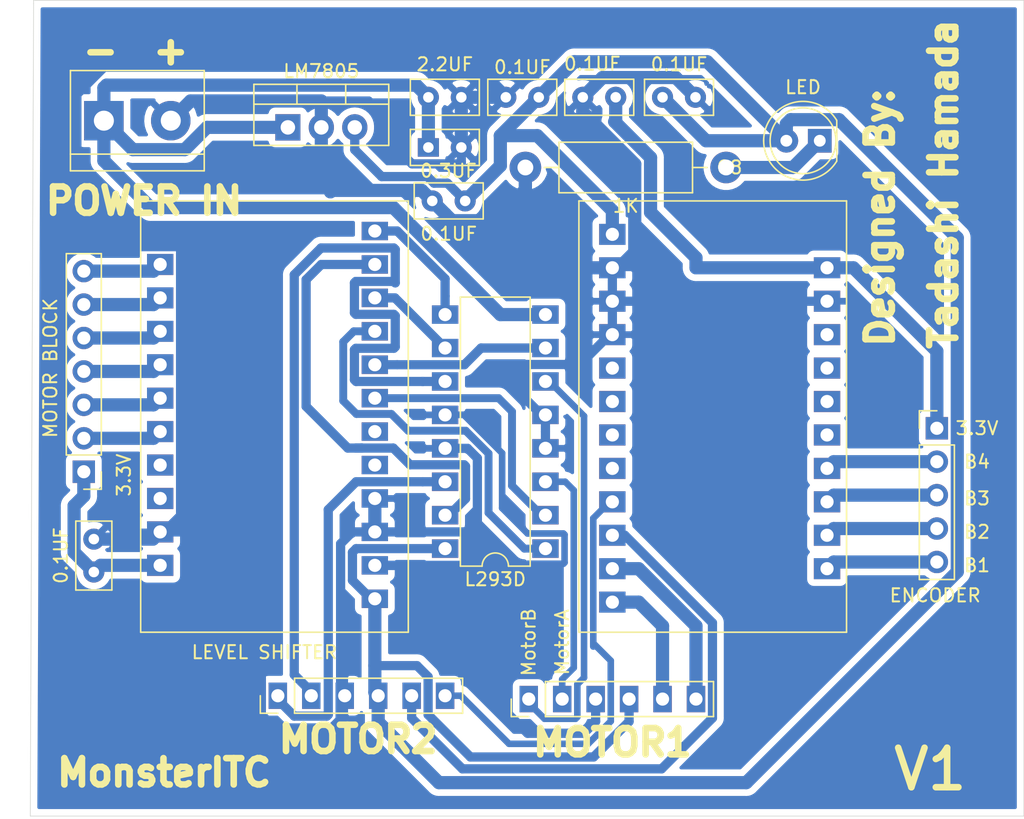
<source format=kicad_pcb>
(kicad_pcb (version 20171130) (host pcbnew "(5.1.2)-2")

  (general
    (thickness 1.6)
    (drawings 19)
    (tracks 310)
    (zones 0)
    (modules 18)
    (nets 43)
  )

  (page A4)
  (layers
    (0 F.Cu signal)
    (31 B.Cu signal)
    (32 B.Adhes user)
    (33 F.Adhes user)
    (34 B.Paste user)
    (35 F.Paste user)
    (36 B.SilkS user)
    (37 F.SilkS user)
    (38 B.Mask user)
    (39 F.Mask user)
    (40 Dwgs.User user)
    (41 Cmts.User user)
    (42 Eco1.User user)
    (43 Eco2.User user)
    (44 Edge.Cuts user)
    (45 Margin user)
    (46 B.CrtYd user)
    (47 F.CrtYd user)
    (48 B.Fab user)
    (49 F.Fab user)
  )

  (setup
    (last_trace_width 0.5)
    (user_trace_width 0.5)
    (user_trace_width 0.6)
    (user_trace_width 0.7)
    (user_trace_width 0.8)
    (user_trace_width 1)
    (trace_clearance 0.2)
    (zone_clearance 0.508)
    (zone_45_only no)
    (trace_min 0.2)
    (via_size 0.8)
    (via_drill 0.4)
    (via_min_size 0.4)
    (via_min_drill 0.3)
    (uvia_size 0.3)
    (uvia_drill 0.1)
    (uvias_allowed no)
    (uvia_min_size 0.2)
    (uvia_min_drill 0.1)
    (edge_width 0.05)
    (segment_width 0.2)
    (pcb_text_width 0.3)
    (pcb_text_size 1.5 1.5)
    (mod_edge_width 0.12)
    (mod_text_size 1 1)
    (mod_text_width 0.15)
    (pad_size 1.6 1.4)
    (pad_drill 0.8)
    (pad_to_mask_clearance 0.051)
    (solder_mask_min_width 0.25)
    (aux_axis_origin 0 0)
    (visible_elements FFFFEF7F)
    (pcbplotparams
      (layerselection 0x010fc_ffffffff)
      (usegerberextensions false)
      (usegerberattributes false)
      (usegerberadvancedattributes false)
      (creategerberjobfile false)
      (excludeedgelayer true)
      (linewidth 0.100000)
      (plotframeref false)
      (viasonmask false)
      (mode 1)
      (useauxorigin false)
      (hpglpennumber 1)
      (hpglpenspeed 20)
      (hpglpendiameter 15.000000)
      (psnegative false)
      (psa4output false)
      (plotreference true)
      (plotvalue true)
      (plotinvisibletext false)
      (padsonsilk false)
      (subtractmaskfromsilk false)
      (outputformat 1)
      (mirror false)
      (drillshape 0)
      (scaleselection 1)
      (outputdirectory ""))
  )

  (net 0 "")
  (net 1 /V_MOTOR)
  (net 2 GND)
  (net 3 "Net-(C2-Pad1)")
  (net 4 "Net-(C3-Pad22)")
  (net 5 "Net-(C3-Pad21)")
  (net 6 "Net-(C3-Pad20)")
  (net 7 "Net-(C3-Pad19)")
  (net 8 "Net-(C3-Pad18)")
  (net 9 "Net-(C3-Pad17)")
  (net 10 "Net-(C3-Pad16)")
  (net 11 "Net-(C3-Pad15)")
  (net 12 VCC)
  (net 13 "Net-(C3-Pad8)")
  (net 14 "Net-(C3-Pad7)")
  (net 15 1A)
  (net 16 2A)
  (net 17 EN1)
  (net 18 3A)
  (net 19 4A)
  (net 20 EN2)
  (net 21 "Net-(C7-Pad1)")
  (net 22 ENCA1)
  (net 23 ENCB1)
  (net 24 ENCA2)
  (net 25 ENCB2)
  (net 26 "Net-(C8-Pad5)")
  (net 27 "Net-(C8-Pad6)")
  (net 28 "Net-(C8-Pad7)")
  (net 29 "Net-(C8-Pad8)")
  (net 30 "Net-(C8-Pad15)")
  (net 31 "Net-(C8-Pad16)")
  (net 32 "Net-(C8-Pad17)")
  (net 33 "Net-(C8-Pad18)")
  (net 34 "Net-(C8-Pad19)")
  (net 35 "Net-(C8-Pad20)")
  (net 36 "Net-(C8-Pad21)")
  (net 37 "Net-(C8-Pad22)")
  (net 38 "Net-(D1-Pad1)")
  (net 39 MOTOR2B)
  (net 40 MOTOR2A)
  (net 41 MOTOR1A)
  (net 42 MOTOR1B)

  (net_class Default "This is the default net class."
    (clearance 0.2)
    (trace_width 0.25)
    (via_dia 0.8)
    (via_drill 0.4)
    (uvia_dia 0.3)
    (uvia_drill 0.1)
    (add_net /V_MOTOR)
    (add_net 1A)
    (add_net 2A)
    (add_net 3A)
    (add_net 4A)
    (add_net EN1)
    (add_net EN2)
    (add_net ENCA1)
    (add_net ENCA2)
    (add_net ENCB1)
    (add_net ENCB2)
    (add_net GND)
    (add_net MOTOR1A)
    (add_net MOTOR1B)
    (add_net MOTOR2A)
    (add_net MOTOR2B)
    (add_net "Net-(C2-Pad1)")
    (add_net "Net-(C3-Pad15)")
    (add_net "Net-(C3-Pad16)")
    (add_net "Net-(C3-Pad17)")
    (add_net "Net-(C3-Pad18)")
    (add_net "Net-(C3-Pad19)")
    (add_net "Net-(C3-Pad20)")
    (add_net "Net-(C3-Pad21)")
    (add_net "Net-(C3-Pad22)")
    (add_net "Net-(C3-Pad7)")
    (add_net "Net-(C3-Pad8)")
    (add_net "Net-(C7-Pad1)")
    (add_net "Net-(C8-Pad15)")
    (add_net "Net-(C8-Pad16)")
    (add_net "Net-(C8-Pad17)")
    (add_net "Net-(C8-Pad18)")
    (add_net "Net-(C8-Pad19)")
    (add_net "Net-(C8-Pad20)")
    (add_net "Net-(C8-Pad21)")
    (add_net "Net-(C8-Pad22)")
    (add_net "Net-(C8-Pad5)")
    (add_net "Net-(C8-Pad6)")
    (add_net "Net-(C8-Pad7)")
    (add_net "Net-(C8-Pad8)")
    (add_net "Net-(D1-Pad1)")
    (add_net VCC)
  )

  (module Capacitor_THT:C_Disc_D5.0mm_W2.5mm_P2.50mm (layer F.Cu) (tedit 5AE50EF0) (tstamp 5E2DF33F)
    (at 64.262 45.212)
    (descr "C, Disc series, Radial, pin pitch=2.50mm, , diameter*width=5*2.5mm^2, Capacitor, http://cdn-reichelt.de/documents/datenblatt/B300/DS_KERKO_TC.pdf")
    (tags "C Disc series Radial pin pitch 2.50mm  diameter 5mm width 2.5mm Capacitor")
    (path /5E18765B)
    (fp_text reference 2.2UF (at 1.25 -2.5) (layer F.SilkS)
      (effects (font (size 1 1) (thickness 0.15)))
    )
    (fp_text value 2.2uf (at 1.016 -0.254) (layer F.Fab)
      (effects (font (size 1 1) (thickness 0.15)))
    )
    (fp_line (start -1.25 -1.25) (end -1.25 1.25) (layer F.Fab) (width 0.1))
    (fp_line (start -1.25 1.25) (end 3.75 1.25) (layer F.Fab) (width 0.1))
    (fp_line (start 3.75 1.25) (end 3.75 -1.25) (layer F.Fab) (width 0.1))
    (fp_line (start 3.75 -1.25) (end -1.25 -1.25) (layer F.Fab) (width 0.1))
    (fp_line (start -1.37 -1.37) (end 3.87 -1.37) (layer F.SilkS) (width 0.12))
    (fp_line (start -1.37 1.37) (end 3.87 1.37) (layer F.SilkS) (width 0.12))
    (fp_line (start -1.37 -1.37) (end -1.37 1.37) (layer F.SilkS) (width 0.12))
    (fp_line (start 3.87 -1.37) (end 3.87 1.37) (layer F.SilkS) (width 0.12))
    (fp_line (start -1.5 -1.5) (end -1.5 1.5) (layer F.CrtYd) (width 0.05))
    (fp_line (start -1.5 1.5) (end 4 1.5) (layer F.CrtYd) (width 0.05))
    (fp_line (start 4 1.5) (end 4 -1.5) (layer F.CrtYd) (width 0.05))
    (fp_line (start 4 -1.5) (end -1.5 -1.5) (layer F.CrtYd) (width 0.05))
    (fp_text user %R (at -1.524 -2.032) (layer F.Fab)
      (effects (font (size 1 1) (thickness 0.15)))
    )
    (pad 1 thru_hole circle (at 0 0) (size 1.6 1.6) (drill 0.8) (layers *.Cu *.Mask)
      (net 1 /V_MOTOR))
    (pad 2 thru_hole circle (at 2.5 0) (size 1.6 1.6) (drill 0.8) (layers *.Cu *.Mask)
      (net 2 GND))
    (model ${KISYS3DMOD}/Capacitor_THT.3dshapes/C_Disc_D5.0mm_W2.5mm_P2.50mm.wrl
      (at (xyz 0 0 0))
      (scale (xyz 1 1 1))
      (rotate (xyz 0 0 0))
    )
  )

  (module Capacitor_THT:C_Disc_D5.0mm_W2.5mm_P2.50mm (layer F.Cu) (tedit 5AE50EF0) (tstamp 5E2DDA3B)
    (at 38.862 81.28 90)
    (descr "C, Disc series, Radial, pin pitch=2.50mm, , diameter*width=5*2.5mm^2, Capacitor, http://cdn-reichelt.de/documents/datenblatt/B300/DS_KERKO_TC.pdf")
    (tags "C Disc series Radial pin pitch 2.50mm  diameter 5mm width 2.5mm Capacitor")
    (path /5E2F89FD)
    (fp_text reference 0.1UF (at 1.25 -2.5 90) (layer F.SilkS)
      (effects (font (size 1 1) (thickness 0.15)))
    )
    (fp_text value 0.1UF (at 1.25 2.5 90) (layer F.Fab)
      (effects (font (size 1 1) (thickness 0.15)))
    )
    (fp_text user %R (at 1.25 0 90) (layer F.Fab)
      (effects (font (size 1 1) (thickness 0.15)))
    )
    (fp_line (start 4 -1.5) (end -1.5 -1.5) (layer F.CrtYd) (width 0.05))
    (fp_line (start 4 1.5) (end 4 -1.5) (layer F.CrtYd) (width 0.05))
    (fp_line (start -1.5 1.5) (end 4 1.5) (layer F.CrtYd) (width 0.05))
    (fp_line (start -1.5 -1.5) (end -1.5 1.5) (layer F.CrtYd) (width 0.05))
    (fp_line (start 3.87 -1.37) (end 3.87 1.37) (layer F.SilkS) (width 0.12))
    (fp_line (start -1.37 -1.37) (end -1.37 1.37) (layer F.SilkS) (width 0.12))
    (fp_line (start -1.37 1.37) (end 3.87 1.37) (layer F.SilkS) (width 0.12))
    (fp_line (start -1.37 -1.37) (end 3.87 -1.37) (layer F.SilkS) (width 0.12))
    (fp_line (start 3.75 -1.25) (end -1.25 -1.25) (layer F.Fab) (width 0.1))
    (fp_line (start 3.75 1.25) (end 3.75 -1.25) (layer F.Fab) (width 0.1))
    (fp_line (start -1.25 1.25) (end 3.75 1.25) (layer F.Fab) (width 0.1))
    (fp_line (start -1.25 -1.25) (end -1.25 1.25) (layer F.Fab) (width 0.1))
    (pad 2 thru_hole circle (at 2.5 0 90) (size 1.6 1.6) (drill 0.8) (layers *.Cu *.Mask)
      (net 2 GND))
    (pad 1 thru_hole circle (at 0 0 90) (size 1.6 1.6) (drill 0.8) (layers *.Cu *.Mask)
      (net 3 "Net-(C2-Pad1)"))
    (model ${KISYS3DMOD}/Capacitor_THT.3dshapes/C_Disc_D5.0mm_W2.5mm_P2.50mm.wrl
      (at (xyz 0 0 0))
      (scale (xyz 1 1 1))
      (rotate (xyz 0 0 0))
    )
  )

  (module "level_shifter:3.3V to 5V" (layer F.Cu) (tedit 5E2D3F8F) (tstamp 5E2DDA5A)
    (at 60.198 55.372)
    (path /5E2F2C21)
    (fp_text reference "LEVEL SHIFTER" (at -8.382 32.004) (layer F.SilkS)
      (effects (font (size 1 1) (thickness 0.15)))
    )
    (fp_text value Level_shifter (at -7.874 -4.064) (layer F.Fab)
      (effects (font (size 1 1) (thickness 0.15)))
    )
    (fp_line (start 2.54 -2.286) (end -17.78 -2.286) (layer F.SilkS) (width 0.12))
    (fp_line (start 2.54 -2.032) (end 2.54 -2.286) (layer F.SilkS) (width 0.12))
    (fp_line (start 2.54 30.48) (end 2.54 -2.032) (layer F.SilkS) (width 0.12))
    (fp_line (start -17.78 30.48) (end 2.54 30.48) (layer F.SilkS) (width 0.12))
    (fp_line (start -17.78 -2.286) (end -17.78 30.48) (layer F.SilkS) (width 0.12))
    (pad 22 thru_hole rect (at -16.3 2.54) (size 2 1.6) (drill 1) (layers *.Cu *.Mask)
      (net 4 "Net-(C3-Pad22)"))
    (pad 21 thru_hole rect (at -16.3 5.08) (size 2 1.6) (drill 1) (layers *.Cu *.Mask)
      (net 5 "Net-(C3-Pad21)"))
    (pad 20 thru_hole rect (at -16.3 7.62) (size 2 1.6) (drill 1) (layers *.Cu *.Mask)
      (net 6 "Net-(C3-Pad20)"))
    (pad 19 thru_hole rect (at -16.3 10.16) (size 2 1.6) (drill 1) (layers *.Cu *.Mask)
      (net 7 "Net-(C3-Pad19)"))
    (pad 18 thru_hole rect (at -16.3 12.7) (size 2 1.6) (drill 1) (layers *.Cu *.Mask)
      (net 8 "Net-(C3-Pad18)"))
    (pad 17 thru_hole rect (at -16.3 15.24) (size 2 1.6) (drill 1) (layers *.Cu *.Mask)
      (net 9 "Net-(C3-Pad17)"))
    (pad 16 thru_hole rect (at -16.3 17.78) (size 2 1.6) (drill 1) (layers *.Cu *.Mask)
      (net 10 "Net-(C3-Pad16)"))
    (pad 15 thru_hole rect (at -16.3 20.32) (size 2 1.6) (drill 1) (layers *.Cu *.Mask)
      (net 11 "Net-(C3-Pad15)"))
    (pad 14 thru_hole rect (at -16.3 22.86) (size 2 1.6) (drill 1) (layers *.Cu *.Mask)
      (net 2 GND))
    (pad 13 thru_hole rect (at -16.3 25.4) (size 2 1.6) (drill 1) (layers *.Cu *.Mask)
      (net 3 "Net-(C2-Pad1)"))
    (pad 12 thru_hole rect (at 0 27.94) (size 2 1.4) (drill 1) (layers *.Cu *.Mask)
      (net 12 VCC))
    (pad 11 thru_hole rect (at 0 25.4) (size 2 1.4) (drill 1) (layers *.Cu *.Mask)
      (net 2 GND))
    (pad 10 thru_hole rect (at 0 22.86) (size 2 1.4) (drill 1) (layers *.Cu *.Mask)
      (net 2 GND))
    (pad 9 thru_hole rect (at 0 20.32) (size 2 1.4) (drill 1) (layers *.Cu *.Mask)
      (net 2 GND))
    (pad 8 thru_hole rect (at 0 17.78) (size 2 1.4) (drill 1) (layers *.Cu *.Mask)
      (net 13 "Net-(C3-Pad8)"))
    (pad 7 thru_hole rect (at 0 15.24) (size 2 1.4) (drill 1) (layers *.Cu *.Mask)
      (net 14 "Net-(C3-Pad7)"))
    (pad 6 thru_hole rect (at 0 12.7) (size 2 1.4) (drill 1) (layers *.Cu *.Mask)
      (net 15 1A))
    (pad 5 thru_hole rect (at 0 10.16) (size 2 1.4) (drill 1) (layers *.Cu *.Mask)
      (net 16 2A))
    (pad 4 thru_hole rect (at 0 7.62) (size 2 1.4) (drill 1) (layers *.Cu *.Mask)
      (net 17 EN1))
    (pad 3 thru_hole rect (at 0 5.08) (size 2 1.4) (drill 1) (layers *.Cu *.Mask)
      (net 18 3A))
    (pad 2 thru_hole rect (at 0 2.54) (size 2 1.4) (drill 1) (layers *.Cu *.Mask)
      (net 19 4A))
    (pad 1 thru_hole rect (at 0 0) (size 2 1.4) (drill 1) (layers *.Cu *.Mask)
      (net 20 EN2))
  )

  (module Capacitor_THT:C_Disc_D5.0mm_W2.5mm_P2.50mm (layer F.Cu) (tedit 5E2D512B) (tstamp 5E2DDA6D)
    (at 64.262 49.022)
    (descr "C, Disc series, Radial, pin pitch=2.50mm, , diameter*width=5*2.5mm^2, Capacitor, http://cdn-reichelt.de/documents/datenblatt/B300/DS_KERKO_TC.pdf")
    (tags "C Disc series Radial pin pitch 2.50mm  diameter 5mm width 2.5mm Capacitor")
    (path /5E176963)
    (fp_text reference 0.3UF (at 1.524 1.778) (layer F.SilkS)
      (effects (font (size 1 1) (thickness 0.15)))
    )
    (fp_text value 0.3uf (at 1.27 0) (layer F.Fab)
      (effects (font (size 1 1) (thickness 0.15)))
    )
    (fp_text user %R (at 1.27 0) (layer F.Fab)
      (effects (font (size 1 1) (thickness 0.15)))
    )
    (fp_line (start 4 -1.5) (end -1.5 -1.5) (layer F.CrtYd) (width 0.05))
    (fp_line (start 4 1.5) (end 4 -1.5) (layer F.CrtYd) (width 0.05))
    (fp_line (start -1.5 1.5) (end 4 1.5) (layer F.CrtYd) (width 0.05))
    (fp_line (start -1.5 -1.5) (end -1.5 1.5) (layer F.CrtYd) (width 0.05))
    (fp_line (start 3.87 -1.37) (end 3.87 1.37) (layer F.SilkS) (width 0.12))
    (fp_line (start -1.37 -1.37) (end -1.37 1.37) (layer F.SilkS) (width 0.12))
    (fp_line (start -1.37 1.37) (end 3.87 1.37) (layer F.SilkS) (width 0.12))
    (fp_line (start -1.37 -1.37) (end 3.87 -1.37) (layer F.SilkS) (width 0.12))
    (fp_line (start 3.75 -1.25) (end -1.25 -1.25) (layer F.Fab) (width 0.1))
    (fp_line (start 3.75 1.25) (end 3.75 -1.25) (layer F.Fab) (width 0.1))
    (fp_line (start -1.25 1.25) (end 3.75 1.25) (layer F.Fab) (width 0.1))
    (fp_line (start -1.25 -1.25) (end -1.25 1.25) (layer F.Fab) (width 0.1))
    (pad 2 thru_hole circle (at 2.5 0) (size 1.6 1.6) (drill 0.8) (layers *.Cu *.Mask)
      (net 2 GND))
    (pad 1 thru_hole rect (at 0 0) (size 1.6 1.4) (drill 0.8) (layers *.Cu *.Mask)
      (net 1 /V_MOTOR))
    (model ${KISYS3DMOD}/Capacitor_THT.3dshapes/C_Disc_D5.0mm_W2.5mm_P2.50mm.wrl
      (at (xyz 0 0 0))
      (scale (xyz 1 1 1))
      (rotate (xyz 0 0 0))
    )
  )

  (module Capacitor_THT:C_Disc_D5.0mm_W2.5mm_P2.50mm (layer F.Cu) (tedit 5AE50EF0) (tstamp 5E2DDA80)
    (at 82.042 45.212)
    (descr "C, Disc series, Radial, pin pitch=2.50mm, , diameter*width=5*2.5mm^2, Capacitor, http://cdn-reichelt.de/documents/datenblatt/B300/DS_KERKO_TC.pdf")
    (tags "C Disc series Radial pin pitch 2.50mm  diameter 5mm width 2.5mm Capacitor")
    (path /5E2FDB0E)
    (fp_text reference 0.1UF (at 1.25 -2.5) (layer F.SilkS)
      (effects (font (size 1 1) (thickness 0.15)))
    )
    (fp_text value 0.1UF (at 1.25 2.5) (layer F.Fab)
      (effects (font (size 1 1) (thickness 0.15)))
    )
    (fp_line (start -1.25 -1.25) (end -1.25 1.25) (layer F.Fab) (width 0.1))
    (fp_line (start -1.25 1.25) (end 3.75 1.25) (layer F.Fab) (width 0.1))
    (fp_line (start 3.75 1.25) (end 3.75 -1.25) (layer F.Fab) (width 0.1))
    (fp_line (start 3.75 -1.25) (end -1.25 -1.25) (layer F.Fab) (width 0.1))
    (fp_line (start -1.37 -1.37) (end 3.87 -1.37) (layer F.SilkS) (width 0.12))
    (fp_line (start -1.37 1.37) (end 3.87 1.37) (layer F.SilkS) (width 0.12))
    (fp_line (start -1.37 -1.37) (end -1.37 1.37) (layer F.SilkS) (width 0.12))
    (fp_line (start 3.87 -1.37) (end 3.87 1.37) (layer F.SilkS) (width 0.12))
    (fp_line (start -1.5 -1.5) (end -1.5 1.5) (layer F.CrtYd) (width 0.05))
    (fp_line (start -1.5 1.5) (end 4 1.5) (layer F.CrtYd) (width 0.05))
    (fp_line (start 4 1.5) (end 4 -1.5) (layer F.CrtYd) (width 0.05))
    (fp_line (start 4 -1.5) (end -1.5 -1.5) (layer F.CrtYd) (width 0.05))
    (fp_text user %R (at 0.508 -1.27) (layer F.Fab)
      (effects (font (size 1 1) (thickness 0.15)))
    )
    (pad 1 thru_hole circle (at 0 0) (size 1.6 1.6) (drill 0.8) (layers *.Cu *.Mask)
      (net 12 VCC))
    (pad 2 thru_hole circle (at 2.5 0) (size 1.6 1.6) (drill 0.8) (layers *.Cu *.Mask)
      (net 2 GND))
    (model ${KISYS3DMOD}/Capacitor_THT.3dshapes/C_Disc_D5.0mm_W2.5mm_P2.50mm.wrl
      (at (xyz 0 0 0))
      (scale (xyz 1 1 1))
      (rotate (xyz 0 0 0))
    )
  )

  (module Capacitor_THT:C_Disc_D5.0mm_W2.5mm_P2.50mm (layer F.Cu) (tedit 5AE50EF0) (tstamp 5E2DDA93)
    (at 72.644 45.212 180)
    (descr "C, Disc series, Radial, pin pitch=2.50mm, , diameter*width=5*2.5mm^2, Capacitor, http://cdn-reichelt.de/documents/datenblatt/B300/DS_KERKO_TC.pdf")
    (tags "C Disc series Radial pin pitch 2.50mm  diameter 5mm width 2.5mm Capacitor")
    (path /5E167B36)
    (fp_text reference 0.1UF (at 1.25 2.286) (layer F.SilkS)
      (effects (font (size 1 1) (thickness 0.15)))
    )
    (fp_text value 0.1uf (at 1.27 3.048) (layer F.Fab)
      (effects (font (size 1 1) (thickness 0.15)))
    )
    (fp_line (start -1.25 -1.25) (end -1.25 1.25) (layer F.Fab) (width 0.1))
    (fp_line (start -1.25 1.25) (end 3.75 1.25) (layer F.Fab) (width 0.1))
    (fp_line (start 3.75 1.25) (end 3.75 -1.25) (layer F.Fab) (width 0.1))
    (fp_line (start 3.75 -1.25) (end -1.25 -1.25) (layer F.Fab) (width 0.1))
    (fp_line (start -1.37 -1.37) (end 3.87 -1.37) (layer F.SilkS) (width 0.12))
    (fp_line (start -1.37 1.37) (end 3.87 1.37) (layer F.SilkS) (width 0.12))
    (fp_line (start -1.37 -1.37) (end -1.37 1.37) (layer F.SilkS) (width 0.12))
    (fp_line (start 3.87 -1.37) (end 3.87 1.37) (layer F.SilkS) (width 0.12))
    (fp_line (start -1.5 -1.5) (end -1.5 1.5) (layer F.CrtYd) (width 0.05))
    (fp_line (start -1.5 1.5) (end 4 1.5) (layer F.CrtYd) (width 0.05))
    (fp_line (start 4 1.5) (end 4 -1.5) (layer F.CrtYd) (width 0.05))
    (fp_line (start 4 -1.5) (end -1.5 -1.5) (layer F.CrtYd) (width 0.05))
    (fp_text user %R (at 1.25 0) (layer F.Fab)
      (effects (font (size 1 1) (thickness 0.15)))
    )
    (pad 1 thru_hole circle (at 0 0 180) (size 1.6 1.6) (drill 0.8) (layers *.Cu *.Mask)
      (net 12 VCC))
    (pad 2 thru_hole circle (at 2.5 0 180) (size 1.6 1.6) (drill 0.8) (layers *.Cu *.Mask)
      (net 2 GND))
    (model ${KISYS3DMOD}/Capacitor_THT.3dshapes/C_Disc_D5.0mm_W2.5mm_P2.50mm.wrl
      (at (xyz 0 0 0))
      (scale (xyz 1 1 1))
      (rotate (xyz 0 0 0))
    )
  )

  (module Capacitor_THT:C_Disc_D5.0mm_W2.5mm_P2.50mm (layer F.Cu) (tedit 5AE50EF0) (tstamp 5E2DDAA6)
    (at 78.486 45.212 180)
    (descr "C, Disc series, Radial, pin pitch=2.50mm, , diameter*width=5*2.5mm^2, Capacitor, http://cdn-reichelt.de/documents/datenblatt/B300/DS_KERKO_TC.pdf")
    (tags "C Disc series Radial pin pitch 2.50mm  diameter 5mm width 2.5mm Capacitor")
    (path /5E3866AB)
    (fp_text reference 0.1UF (at 1.778 2.54) (layer F.SilkS)
      (effects (font (size 1 1) (thickness 0.15)))
    )
    (fp_text value 0.1UF (at 1.25 2.5) (layer F.Fab)
      (effects (font (size 1 1) (thickness 0.15)))
    )
    (fp_line (start -1.25 -1.25) (end -1.25 1.25) (layer F.Fab) (width 0.1))
    (fp_line (start -1.25 1.25) (end 3.75 1.25) (layer F.Fab) (width 0.1))
    (fp_line (start 3.75 1.25) (end 3.75 -1.25) (layer F.Fab) (width 0.1))
    (fp_line (start 3.75 -1.25) (end -1.25 -1.25) (layer F.Fab) (width 0.1))
    (fp_line (start -1.37 -1.37) (end 3.87 -1.37) (layer F.SilkS) (width 0.12))
    (fp_line (start -1.37 1.37) (end 3.87 1.37) (layer F.SilkS) (width 0.12))
    (fp_line (start -1.37 -1.37) (end -1.37 1.37) (layer F.SilkS) (width 0.12))
    (fp_line (start 3.87 -1.37) (end 3.87 1.37) (layer F.SilkS) (width 0.12))
    (fp_line (start -1.5 -1.5) (end -1.5 1.5) (layer F.CrtYd) (width 0.05))
    (fp_line (start -1.5 1.5) (end 4 1.5) (layer F.CrtYd) (width 0.05))
    (fp_line (start 4 1.5) (end 4 -1.5) (layer F.CrtYd) (width 0.05))
    (fp_line (start 4 -1.5) (end -1.5 -1.5) (layer F.CrtYd) (width 0.05))
    (fp_text user %R (at 1.25 0) (layer F.Fab)
      (effects (font (size 1 1) (thickness 0.15)))
    )
    (pad 1 thru_hole circle (at 0 0 180) (size 1.6 1.6) (drill 0.8) (layers *.Cu *.Mask)
      (net 21 "Net-(C7-Pad1)"))
    (pad 2 thru_hole circle (at 2.5 0 180) (size 1.6 1.6) (drill 0.8) (layers *.Cu *.Mask)
      (net 2 GND))
    (model ${KISYS3DMOD}/Capacitor_THT.3dshapes/C_Disc_D5.0mm_W2.5mm_P2.50mm.wrl
      (at (xyz 0 0 0))
      (scale (xyz 1 1 1))
      (rotate (xyz 0 0 0))
    )
  )

  (module "level_shifter:3.3V to 5V" (layer F.Cu) (tedit 5E2D3F8F) (tstamp 5E2DDAC5)
    (at 78.232 83.566 180)
    (path /5E3866A5)
    (fp_text reference C8 (at -8.89 33.02) (layer F.SilkS)
      (effects (font (size 1 1) (thickness 0.15)))
    )
    (fp_text value Level_shifter (at -7.874 -4.064) (layer F.Fab)
      (effects (font (size 1 1) (thickness 0.15)))
    )
    (fp_line (start -17.78 -2.286) (end -17.78 30.48) (layer F.SilkS) (width 0.12))
    (fp_line (start -17.78 30.48) (end 2.54 30.48) (layer F.SilkS) (width 0.12))
    (fp_line (start 2.54 30.48) (end 2.54 -2.032) (layer F.SilkS) (width 0.12))
    (fp_line (start 2.54 -2.032) (end 2.54 -2.286) (layer F.SilkS) (width 0.12))
    (fp_line (start 2.54 -2.286) (end -17.78 -2.286) (layer F.SilkS) (width 0.12))
    (pad 1 thru_hole rect (at 0 0 180) (size 2 1.6) (drill 1) (layers *.Cu *.Mask)
      (net 22 ENCA1))
    (pad 2 thru_hole rect (at 0 2.54 180) (size 2 1.6) (drill 1) (layers *.Cu *.Mask)
      (net 23 ENCB1))
    (pad 3 thru_hole rect (at 0 5.08 180) (size 2 1.6) (drill 1) (layers *.Cu *.Mask)
      (net 24 ENCA2))
    (pad 4 thru_hole rect (at 0 7.62 180) (size 2 1.6) (drill 1) (layers *.Cu *.Mask)
      (net 25 ENCB2))
    (pad 5 thru_hole rect (at 0 10.16 180) (size 2 1.6) (drill 1) (layers *.Cu *.Mask)
      (net 26 "Net-(C8-Pad5)"))
    (pad 6 thru_hole rect (at 0 12.7 180) (size 2 1.6) (drill 1) (layers *.Cu *.Mask)
      (net 27 "Net-(C8-Pad6)"))
    (pad 7 thru_hole rect (at 0 15.24 180) (size 2 1.6) (drill 1) (layers *.Cu *.Mask)
      (net 28 "Net-(C8-Pad7)"))
    (pad 8 thru_hole rect (at 0 17.78 180) (size 2 1.6) (drill 1) (layers *.Cu *.Mask)
      (net 29 "Net-(C8-Pad8)"))
    (pad 9 thru_hole rect (at 0 20.32 180) (size 2 1.6) (drill 1) (layers *.Cu *.Mask)
      (net 2 GND))
    (pad 10 thru_hole rect (at 0 22.86 180) (size 2 1.6) (drill 1) (layers *.Cu *.Mask)
      (net 2 GND))
    (pad 11 thru_hole rect (at 0 25.4 180) (size 2 1.6) (drill 1) (layers *.Cu *.Mask)
      (net 2 GND))
    (pad 12 thru_hole rect (at 0 27.94 180) (size 2 1.6) (drill 1) (layers *.Cu *.Mask)
      (net 12 VCC))
    (pad 13 thru_hole rect (at -16.3 25.4 180) (size 2 1.6) (drill 1) (layers *.Cu *.Mask)
      (net 21 "Net-(C7-Pad1)"))
    (pad 14 thru_hole rect (at -16.3 22.86 180) (size 2 1.6) (drill 1) (layers *.Cu *.Mask)
      (net 2 GND))
    (pad 15 thru_hole rect (at -16.3 20.32 180) (size 2 1.6) (drill 1) (layers *.Cu *.Mask)
      (net 30 "Net-(C8-Pad15)"))
    (pad 16 thru_hole rect (at -16.3 17.78 180) (size 2 1.6) (drill 1) (layers *.Cu *.Mask)
      (net 31 "Net-(C8-Pad16)"))
    (pad 17 thru_hole rect (at -16.3 15.24 180) (size 2 1.6) (drill 1) (layers *.Cu *.Mask)
      (net 32 "Net-(C8-Pad17)"))
    (pad 18 thru_hole rect (at -16.3 12.7 180) (size 2 1.6) (drill 1) (layers *.Cu *.Mask)
      (net 33 "Net-(C8-Pad18)"))
    (pad 19 thru_hole rect (at -16.3 10.16 180) (size 2 1.6) (drill 1) (layers *.Cu *.Mask)
      (net 34 "Net-(C8-Pad19)"))
    (pad 20 thru_hole rect (at -16.3 7.62 180) (size 2 1.6) (drill 1) (layers *.Cu *.Mask)
      (net 35 "Net-(C8-Pad20)"))
    (pad 21 thru_hole rect (at -16.3 5.08 180) (size 2 1.6) (drill 1) (layers *.Cu *.Mask)
      (net 36 "Net-(C8-Pad21)"))
    (pad 22 thru_hole rect (at -16.3 2.54 180) (size 2 1.6) (drill 1) (layers *.Cu *.Mask)
      (net 37 "Net-(C8-Pad22)"))
  )

  (module Capacitor_THT:C_Disc_D5.0mm_W2.5mm_P2.50mm (layer F.Cu) (tedit 5AE50EF0) (tstamp 5E2DDAD8)
    (at 67.056 53.086 180)
    (descr "C, Disc series, Radial, pin pitch=2.50mm, , diameter*width=5*2.5mm^2, Capacitor, http://cdn-reichelt.de/documents/datenblatt/B300/DS_KERKO_TC.pdf")
    (tags "C Disc series Radial pin pitch 2.50mm  diameter 5mm width 2.5mm Capacitor")
    (path /5E3866C8)
    (fp_text reference 0.1UF (at 1.25 -2.5) (layer F.SilkS)
      (effects (font (size 1 1) (thickness 0.15)))
    )
    (fp_text value 0.1UF (at 1.25 2.5) (layer F.Fab)
      (effects (font (size 1 1) (thickness 0.15)))
    )
    (fp_text user %R (at 1.25 0) (layer F.Fab)
      (effects (font (size 1 1) (thickness 0.15)))
    )
    (fp_line (start 4 -1.5) (end -1.5 -1.5) (layer F.CrtYd) (width 0.05))
    (fp_line (start 4 1.5) (end 4 -1.5) (layer F.CrtYd) (width 0.05))
    (fp_line (start -1.5 1.5) (end 4 1.5) (layer F.CrtYd) (width 0.05))
    (fp_line (start -1.5 -1.5) (end -1.5 1.5) (layer F.CrtYd) (width 0.05))
    (fp_line (start 3.87 -1.37) (end 3.87 1.37) (layer F.SilkS) (width 0.12))
    (fp_line (start -1.37 -1.37) (end -1.37 1.37) (layer F.SilkS) (width 0.12))
    (fp_line (start -1.37 1.37) (end 3.87 1.37) (layer F.SilkS) (width 0.12))
    (fp_line (start -1.37 -1.37) (end 3.87 -1.37) (layer F.SilkS) (width 0.12))
    (fp_line (start 3.75 -1.25) (end -1.25 -1.25) (layer F.Fab) (width 0.1))
    (fp_line (start 3.75 1.25) (end 3.75 -1.25) (layer F.Fab) (width 0.1))
    (fp_line (start -1.25 1.25) (end 3.75 1.25) (layer F.Fab) (width 0.1))
    (fp_line (start -1.25 -1.25) (end -1.25 1.25) (layer F.Fab) (width 0.1))
    (pad 2 thru_hole circle (at 2.5 0 180) (size 1.6 1.6) (drill 0.8) (layers *.Cu *.Mask)
      (net 2 GND))
    (pad 1 thru_hole circle (at 0 0 180) (size 1.6 1.6) (drill 0.8) (layers *.Cu *.Mask)
      (net 12 VCC))
    (model ${KISYS3DMOD}/Capacitor_THT.3dshapes/C_Disc_D5.0mm_W2.5mm_P2.50mm.wrl
      (at (xyz 0 0 0))
      (scale (xyz 1 1 1))
      (rotate (xyz 0 0 0))
    )
  )

  (module LED_THT:LED_D5.0mm (layer F.Cu) (tedit 5995936A) (tstamp 5E2DDAEA)
    (at 93.98 48.514 180)
    (descr "LED, diameter 5.0mm, 2 pins, http://cdn-reichelt.de/documents/datenblatt/A500/LL-504BC2E-009.pdf")
    (tags "LED diameter 5.0mm 2 pins")
    (path /5E16A578)
    (fp_text reference LED (at 1.27 4.064) (layer F.SilkS)
      (effects (font (size 1 1) (thickness 0.15)))
    )
    (fp_text value LED (at 1.27 3.96) (layer F.Fab)
      (effects (font (size 1 1) (thickness 0.15)))
    )
    (fp_arc (start 1.27 0) (end -1.23 -1.469694) (angle 299.1) (layer F.Fab) (width 0.1))
    (fp_arc (start 1.27 0) (end -1.29 -1.54483) (angle 148.9) (layer F.SilkS) (width 0.12))
    (fp_arc (start 1.27 0) (end -1.29 1.54483) (angle -148.9) (layer F.SilkS) (width 0.12))
    (fp_circle (center 1.27 0) (end 3.77 0) (layer F.Fab) (width 0.1))
    (fp_circle (center 1.27 0) (end 3.77 0) (layer F.SilkS) (width 0.12))
    (fp_line (start -1.23 -1.469694) (end -1.23 1.469694) (layer F.Fab) (width 0.1))
    (fp_line (start -1.29 -1.545) (end -1.29 1.545) (layer F.SilkS) (width 0.12))
    (fp_line (start -1.95 -3.25) (end -1.95 3.25) (layer F.CrtYd) (width 0.05))
    (fp_line (start -1.95 3.25) (end 4.5 3.25) (layer F.CrtYd) (width 0.05))
    (fp_line (start 4.5 3.25) (end 4.5 -3.25) (layer F.CrtYd) (width 0.05))
    (fp_line (start 4.5 -3.25) (end -1.95 -3.25) (layer F.CrtYd) (width 0.05))
    (fp_text user %R (at 1.25 0) (layer F.Fab)
      (effects (font (size 0.8 0.8) (thickness 0.2)))
    )
    (pad 1 thru_hole rect (at 0 0 180) (size 1.8 1.8) (drill 0.9) (layers *.Cu *.Mask)
      (net 38 "Net-(D1-Pad1)"))
    (pad 2 thru_hole circle (at 2.54 0 180) (size 1.8 1.8) (drill 0.9) (layers *.Cu *.Mask)
      (net 12 VCC))
    (model ${KISYS3DMOD}/LED_THT.3dshapes/LED_D5.0mm.wrl
      (at (xyz 0 0 0))
      (scale (xyz 1 1 1))
      (rotate (xyz 0 0 0))
    )
  )

  (module TerminalBlock:TerminalBlock_bornier-2_P5.08mm (layer F.Cu) (tedit 59FF03AB) (tstamp 5E2DDAFF)
    (at 39.624 46.99)
    (descr "simple 2-pin terminal block, pitch 5.08mm, revamped version of bornier2")
    (tags "terminal block bornier2")
    (path /5DBB4969)
    (fp_text reference "POWER IN" (at 3.048 6.096) (layer F.SilkS)
      (effects (font (size 2 2) (thickness 0.5)))
    )
    (fp_text value Input (at 2.54 5.08) (layer F.Fab)
      (effects (font (size 1 1) (thickness 0.15)))
    )
    (fp_text user %R (at 2.54 0) (layer F.Fab)
      (effects (font (size 1 1) (thickness 0.15)))
    )
    (fp_line (start -2.41 2.55) (end 7.49 2.55) (layer F.Fab) (width 0.1))
    (fp_line (start -2.46 -3.75) (end -2.46 3.75) (layer F.Fab) (width 0.1))
    (fp_line (start -2.46 3.75) (end 7.54 3.75) (layer F.Fab) (width 0.1))
    (fp_line (start 7.54 3.75) (end 7.54 -3.75) (layer F.Fab) (width 0.1))
    (fp_line (start 7.54 -3.75) (end -2.46 -3.75) (layer F.Fab) (width 0.1))
    (fp_line (start 7.62 2.54) (end -2.54 2.54) (layer F.SilkS) (width 0.12))
    (fp_line (start 7.62 3.81) (end 7.62 -3.81) (layer F.SilkS) (width 0.12))
    (fp_line (start 7.62 -3.81) (end -2.54 -3.81) (layer F.SilkS) (width 0.12))
    (fp_line (start -2.54 -3.81) (end -2.54 3.81) (layer F.SilkS) (width 0.12))
    (fp_line (start -2.54 3.81) (end 7.62 3.81) (layer F.SilkS) (width 0.12))
    (fp_line (start -2.71 -4) (end 7.79 -4) (layer F.CrtYd) (width 0.05))
    (fp_line (start -2.71 -4) (end -2.71 4) (layer F.CrtYd) (width 0.05))
    (fp_line (start 7.79 4) (end 7.79 -4) (layer F.CrtYd) (width 0.05))
    (fp_line (start 7.79 4) (end -2.71 4) (layer F.CrtYd) (width 0.05))
    (pad 1 thru_hole rect (at 0 0) (size 3 3) (drill 1.52) (layers *.Cu *.Mask)
      (net 1 /V_MOTOR))
    (pad 2 thru_hole circle (at 5.08 0) (size 3 3) (drill 1.52) (layers *.Cu *.Mask)
      (net 2 GND))
    (model ${KISYS3DMOD}/TerminalBlock.3dshapes/TerminalBlock_bornier-2_P5.08mm.wrl
      (offset (xyz 2.539999961853027 0 0))
      (scale (xyz 1 1 1))
      (rotate (xyz 0 0 0))
    )
  )

  (module Connector_PinHeader_2.54mm:PinHeader_1x07_P2.54mm_Vertical (layer F.Cu) (tedit 59FED5CC) (tstamp 5E2DE309)
    (at 38.1 73.66 180)
    (descr "Through hole straight pin header, 1x07, 2.54mm pitch, single row")
    (tags "Through hole pin header THT 1x07 2.54mm single row")
    (path /5E31BDC0)
    (fp_text reference "MOTOR BLOCK" (at 2.54 7.874 90) (layer F.SilkS)
      (effects (font (size 1 1) (thickness 0.15)))
    )
    (fp_text value MOTOR_CONTROL (at 0 17.57) (layer F.Fab)
      (effects (font (size 1 1) (thickness 0.15)))
    )
    (fp_line (start -0.635 -1.27) (end 1.27 -1.27) (layer F.Fab) (width 0.1))
    (fp_line (start 1.27 -1.27) (end 1.27 16.51) (layer F.Fab) (width 0.1))
    (fp_line (start 1.27 16.51) (end -1.27 16.51) (layer F.Fab) (width 0.1))
    (fp_line (start -1.27 16.51) (end -1.27 -0.635) (layer F.Fab) (width 0.1))
    (fp_line (start -1.27 -0.635) (end -0.635 -1.27) (layer F.Fab) (width 0.1))
    (fp_line (start -1.33 16.57) (end 1.33 16.57) (layer F.SilkS) (width 0.12))
    (fp_line (start -1.33 1.27) (end -1.33 16.57) (layer F.SilkS) (width 0.12))
    (fp_line (start 1.33 1.27) (end 1.33 16.57) (layer F.SilkS) (width 0.12))
    (fp_line (start -1.33 1.27) (end 1.33 1.27) (layer F.SilkS) (width 0.12))
    (fp_line (start -1.33 0) (end -1.33 -1.33) (layer F.SilkS) (width 0.12))
    (fp_line (start -1.33 -1.33) (end 0 -1.33) (layer F.SilkS) (width 0.12))
    (fp_line (start -1.8 -1.8) (end -1.8 17.05) (layer F.CrtYd) (width 0.05))
    (fp_line (start -1.8 17.05) (end 1.8 17.05) (layer F.CrtYd) (width 0.05))
    (fp_line (start 1.8 17.05) (end 1.8 -1.8) (layer F.CrtYd) (width 0.05))
    (fp_line (start 1.8 -1.8) (end -1.8 -1.8) (layer F.CrtYd) (width 0.05))
    (fp_text user %R (at 0 7.62 90) (layer F.Fab)
      (effects (font (size 1 1) (thickness 0.15)))
    )
    (pad 1 thru_hole rect (at 0 0 180) (size 1.7 1.7) (drill 1) (layers *.Cu *.Mask)
      (net 3 "Net-(C2-Pad1)"))
    (pad 2 thru_hole oval (at 0 2.54 180) (size 1.7 1.7) (drill 1) (layers *.Cu *.Mask)
      (net 9 "Net-(C3-Pad17)"))
    (pad 3 thru_hole oval (at 0 5.08 180) (size 1.7 1.7) (drill 1) (layers *.Cu *.Mask)
      (net 8 "Net-(C3-Pad18)"))
    (pad 4 thru_hole oval (at 0 7.62 180) (size 1.7 1.7) (drill 1) (layers *.Cu *.Mask)
      (net 7 "Net-(C3-Pad19)"))
    (pad 5 thru_hole oval (at 0 10.16 180) (size 1.7 1.7) (drill 1) (layers *.Cu *.Mask)
      (net 6 "Net-(C3-Pad20)"))
    (pad 6 thru_hole oval (at 0 12.7 180) (size 1.7 1.7) (drill 1) (layers *.Cu *.Mask)
      (net 5 "Net-(C3-Pad21)"))
    (pad 7 thru_hole oval (at 0 15.24 180) (size 1.7 1.7) (drill 1) (layers *.Cu *.Mask)
      (net 4 "Net-(C3-Pad22)"))
    (model ${KISYS3DMOD}/Connector_PinHeader_2.54mm.3dshapes/PinHeader_1x07_P2.54mm_Vertical.wrl
      (at (xyz 0 0 0))
      (scale (xyz 1 1 1))
      (rotate (xyz 0 0 0))
    )
  )

  (module Connector_PinHeader_2.54mm:PinHeader_1x05_P2.54mm_Vertical (layer F.Cu) (tedit 59FED5CC) (tstamp 5E2DDB33)
    (at 102.87 70.358)
    (descr "Through hole straight pin header, 1x05, 2.54mm pitch, single row")
    (tags "Through hole pin header THT 1x05 2.54mm single row")
    (path /5E3A3FCF)
    (fp_text reference "ENCODER " (at 0.254 12.7) (layer F.SilkS)
      (effects (font (size 1 1) (thickness 0.15)))
    )
    (fp_text value "Encoder block" (at 0 12.49) (layer F.Fab)
      (effects (font (size 1 1) (thickness 0.15)))
    )
    (fp_line (start -0.635 -1.27) (end 1.27 -1.27) (layer F.Fab) (width 0.1))
    (fp_line (start 1.27 -1.27) (end 1.27 11.43) (layer F.Fab) (width 0.1))
    (fp_line (start 1.27 11.43) (end -1.27 11.43) (layer F.Fab) (width 0.1))
    (fp_line (start -1.27 11.43) (end -1.27 -0.635) (layer F.Fab) (width 0.1))
    (fp_line (start -1.27 -0.635) (end -0.635 -1.27) (layer F.Fab) (width 0.1))
    (fp_line (start -1.33 11.49) (end 1.33 11.49) (layer F.SilkS) (width 0.12))
    (fp_line (start -1.33 1.27) (end -1.33 11.49) (layer F.SilkS) (width 0.12))
    (fp_line (start 1.33 1.27) (end 1.33 11.49) (layer F.SilkS) (width 0.12))
    (fp_line (start -1.33 1.27) (end 1.33 1.27) (layer F.SilkS) (width 0.12))
    (fp_line (start -1.33 0) (end -1.33 -1.33) (layer F.SilkS) (width 0.12))
    (fp_line (start -1.33 -1.33) (end 0 -1.33) (layer F.SilkS) (width 0.12))
    (fp_line (start -1.8 -1.8) (end -1.8 11.95) (layer F.CrtYd) (width 0.05))
    (fp_line (start -1.8 11.95) (end 1.8 11.95) (layer F.CrtYd) (width 0.05))
    (fp_line (start 1.8 11.95) (end 1.8 -1.8) (layer F.CrtYd) (width 0.05))
    (fp_line (start 1.8 -1.8) (end -1.8 -1.8) (layer F.CrtYd) (width 0.05))
    (fp_text user %R (at 0 5.08 90) (layer F.Fab)
      (effects (font (size 1 1) (thickness 0.15)))
    )
    (pad 1 thru_hole rect (at 0 0) (size 1.7 1.7) (drill 1) (layers *.Cu *.Mask)
      (net 21 "Net-(C7-Pad1)"))
    (pad 2 thru_hole oval (at 0 2.54) (size 1.7 1.7) (drill 1) (layers *.Cu *.Mask)
      (net 34 "Net-(C8-Pad19)"))
    (pad 3 thru_hole oval (at 0 5.08) (size 1.7 1.7) (drill 1) (layers *.Cu *.Mask)
      (net 35 "Net-(C8-Pad20)"))
    (pad 4 thru_hole oval (at 0 7.62) (size 1.7 1.7) (drill 1) (layers *.Cu *.Mask)
      (net 36 "Net-(C8-Pad21)"))
    (pad 5 thru_hole oval (at 0 10.16) (size 1.7 1.7) (drill 1) (layers *.Cu *.Mask)
      (net 37 "Net-(C8-Pad22)"))
    (model ${KISYS3DMOD}/Connector_PinHeader_2.54mm.3dshapes/PinHeader_1x05_P2.54mm_Vertical.wrl
      (at (xyz 0 0 0))
      (scale (xyz 1 1 1))
      (rotate (xyz 0 0 0))
    )
  )

  (module Connector_PinHeader_2.54mm:PinHeader_1x06_P2.54mm_Vertical (layer F.Cu) (tedit 5E2D4C6F) (tstamp 5E2DDB4D)
    (at 52.832 90.678 90)
    (descr "Through hole straight pin header, 1x06, 2.54mm pitch, single row")
    (tags "Through hole pin header THT 1x06 2.54mm single row")
    (path /5E33E22F)
    (fp_text reference MOTOR2 (at -3.302 6.096 180) (layer F.SilkS)
      (effects (font (size 2 2) (thickness 0.5)))
    )
    (fp_text value Motor2 (at 0 15.03 90) (layer F.Fab)
      (effects (font (size 1 1) (thickness 0.15)))
    )
    (fp_line (start -0.635 -1.27) (end 1.27 -1.27) (layer F.Fab) (width 0.1))
    (fp_line (start 1.27 -1.27) (end 1.27 13.97) (layer F.Fab) (width 0.1))
    (fp_line (start 1.27 13.97) (end -1.27 13.97) (layer F.Fab) (width 0.1))
    (fp_line (start -1.27 13.97) (end -1.27 -0.635) (layer F.Fab) (width 0.1))
    (fp_line (start -1.27 -0.635) (end -0.635 -1.27) (layer F.Fab) (width 0.1))
    (fp_line (start -1.33 14.03) (end 1.33 14.03) (layer F.SilkS) (width 0.12))
    (fp_line (start -1.33 1.27) (end -1.33 14.03) (layer F.SilkS) (width 0.12))
    (fp_line (start 1.33 1.27) (end 1.33 14.03) (layer F.SilkS) (width 0.12))
    (fp_line (start -1.33 1.27) (end 1.33 1.27) (layer F.SilkS) (width 0.12))
    (fp_line (start -1.33 0) (end -1.33 -1.33) (layer F.SilkS) (width 0.12))
    (fp_line (start -1.33 -1.33) (end 0 -1.33) (layer F.SilkS) (width 0.12))
    (fp_line (start -1.8 -1.8) (end -1.8 14.5) (layer F.CrtYd) (width 0.05))
    (fp_line (start -1.8 14.5) (end 1.8 14.5) (layer F.CrtYd) (width 0.05))
    (fp_line (start 1.8 14.5) (end 1.8 -1.8) (layer F.CrtYd) (width 0.05))
    (fp_line (start 1.8 -1.8) (end -1.8 -1.8) (layer F.CrtYd) (width 0.05))
    (fp_text user %R (at 1.016 7.112) (layer F.Fab)
      (effects (font (size 1 1) (thickness 0.15)))
    )
    (pad 1 thru_hole rect (at 0 0 90) (size 2 1.4) (drill 1) (layers *.Cu *.Mask)
      (net 39 MOTOR2B))
    (pad 2 thru_hole rect (at 0 2.54 90) (size 2 1.4) (drill 1) (layers *.Cu *.Mask)
      (net 40 MOTOR2A))
    (pad 3 thru_hole rect (at 0 5.08 90) (size 2 1.4) (drill 1) (layers *.Cu *.Mask)
      (net 2 GND))
    (pad 4 thru_hole rect (at 0 7.62 90) (size 2 1.4) (drill 1) (layers *.Cu *.Mask)
      (net 12 VCC))
    (pad 5 thru_hole rect (at 0 10.16 90) (size 2 1.4) (drill 1) (layers *.Cu *.Mask)
      (net 24 ENCA2))
    (pad 6 thru_hole rect (at 0 12.7 90) (size 2 1.4) (drill 1) (layers *.Cu *.Mask)
      (net 25 ENCB2))
    (model ${KISYS3DMOD}/Connector_PinHeader_2.54mm.3dshapes/PinHeader_1x06_P2.54mm_Vertical.wrl
      (at (xyz 0 0 0))
      (scale (xyz 1 1 1))
      (rotate (xyz 0 0 0))
    )
  )

  (module Connector_PinHeader_2.54mm:PinHeader_1x06_P2.54mm_Vertical (layer F.Cu) (tedit 59FED5CC) (tstamp 5E2DDB67)
    (at 71.882 90.932 90)
    (descr "Through hole straight pin header, 1x06, 2.54mm pitch, single row")
    (tags "Through hole pin header THT 1x06 2.54mm single row")
    (path /5E339E02)
    (fp_text reference MOTOR1 (at -3.302 6.35 180) (layer F.SilkS)
      (effects (font (size 2 2) (thickness 0.5)))
    )
    (fp_text value Motor1 (at 0 15.03 90) (layer F.Fab)
      (effects (font (size 1 1) (thickness 0.15)))
    )
    (fp_text user %R (at 0 6.35) (layer F.Fab)
      (effects (font (size 1 1) (thickness 0.15)))
    )
    (fp_line (start 1.8 -1.8) (end -1.8 -1.8) (layer F.CrtYd) (width 0.05))
    (fp_line (start 1.8 14.5) (end 1.8 -1.8) (layer F.CrtYd) (width 0.05))
    (fp_line (start -1.8 14.5) (end 1.8 14.5) (layer F.CrtYd) (width 0.05))
    (fp_line (start -1.8 -1.8) (end -1.8 14.5) (layer F.CrtYd) (width 0.05))
    (fp_line (start -1.33 -1.33) (end 0 -1.33) (layer F.SilkS) (width 0.12))
    (fp_line (start -1.33 0) (end -1.33 -1.33) (layer F.SilkS) (width 0.12))
    (fp_line (start -1.33 1.27) (end 1.33 1.27) (layer F.SilkS) (width 0.12))
    (fp_line (start 1.33 1.27) (end 1.33 14.03) (layer F.SilkS) (width 0.12))
    (fp_line (start -1.33 1.27) (end -1.33 14.03) (layer F.SilkS) (width 0.12))
    (fp_line (start -1.33 14.03) (end 1.33 14.03) (layer F.SilkS) (width 0.12))
    (fp_line (start -1.27 -0.635) (end -0.635 -1.27) (layer F.Fab) (width 0.1))
    (fp_line (start -1.27 13.97) (end -1.27 -0.635) (layer F.Fab) (width 0.1))
    (fp_line (start 1.27 13.97) (end -1.27 13.97) (layer F.Fab) (width 0.1))
    (fp_line (start 1.27 -1.27) (end 1.27 13.97) (layer F.Fab) (width 0.1))
    (fp_line (start -0.635 -1.27) (end 1.27 -1.27) (layer F.Fab) (width 0.1))
    (pad 6 thru_hole rect (at 0 12.7 90) (size 2 1.4) (drill 1) (layers *.Cu *.Mask)
      (net 23 ENCB1))
    (pad 5 thru_hole rect (at 0 10.16 90) (size 2 1.4) (drill 1) (layers *.Cu *.Mask)
      (net 22 ENCA1))
    (pad 4 thru_hole rect (at 0 7.62 90) (size 2 1.4) (drill 1) (layers *.Cu *.Mask)
      (net 12 VCC))
    (pad 3 thru_hole rect (at 0 5.08 90) (size 2 1.4) (drill 1) (layers *.Cu *.Mask)
      (net 2 GND))
    (pad 2 thru_hole rect (at 0 2.54 90) (size 2 1.4) (drill 1) (layers *.Cu *.Mask)
      (net 41 MOTOR1A))
    (pad 1 thru_hole rect (at 0 0 90) (size 2 1.4) (drill 1) (layers *.Cu *.Mask)
      (net 42 MOTOR1B))
    (model ${KISYS3DMOD}/Connector_PinHeader_2.54mm.3dshapes/PinHeader_1x06_P2.54mm_Vertical.wrl
      (at (xyz 0 0 0))
      (scale (xyz 1 1 1))
      (rotate (xyz 0 0 0))
    )
  )

  (module Resistor_THT:R_Axial_DIN0411_L9.9mm_D3.6mm_P15.24mm_Horizontal (layer F.Cu) (tedit 5AE5139B) (tstamp 5E2DE195)
    (at 86.868 50.546 180)
    (descr "Resistor, Axial_DIN0411 series, Axial, Horizontal, pin pitch=15.24mm, 1W, length*diameter=9.9*3.6mm^2")
    (tags "Resistor Axial_DIN0411 series Axial Horizontal pin pitch 15.24mm 1W length 9.9mm diameter 3.6mm")
    (path /5E169990)
    (fp_text reference 1K (at 7.62 -2.92) (layer F.SilkS)
      (effects (font (size 1 1) (thickness 0.15)))
    )
    (fp_text value 0.1 (at 7.62 2.92) (layer F.Fab)
      (effects (font (size 1 1) (thickness 0.15)))
    )
    (fp_line (start 2.67 -1.8) (end 2.67 1.8) (layer F.Fab) (width 0.1))
    (fp_line (start 2.67 1.8) (end 12.57 1.8) (layer F.Fab) (width 0.1))
    (fp_line (start 12.57 1.8) (end 12.57 -1.8) (layer F.Fab) (width 0.1))
    (fp_line (start 12.57 -1.8) (end 2.67 -1.8) (layer F.Fab) (width 0.1))
    (fp_line (start 0 0) (end 2.67 0) (layer F.Fab) (width 0.1))
    (fp_line (start 15.24 0) (end 12.57 0) (layer F.Fab) (width 0.1))
    (fp_line (start 2.55 -1.92) (end 2.55 1.92) (layer F.SilkS) (width 0.12))
    (fp_line (start 2.55 1.92) (end 12.69 1.92) (layer F.SilkS) (width 0.12))
    (fp_line (start 12.69 1.92) (end 12.69 -1.92) (layer F.SilkS) (width 0.12))
    (fp_line (start 12.69 -1.92) (end 2.55 -1.92) (layer F.SilkS) (width 0.12))
    (fp_line (start 1.44 0) (end 2.55 0) (layer F.SilkS) (width 0.12))
    (fp_line (start 13.8 0) (end 12.69 0) (layer F.SilkS) (width 0.12))
    (fp_line (start -1.45 -2.05) (end -1.45 2.05) (layer F.CrtYd) (width 0.05))
    (fp_line (start -1.45 2.05) (end 16.69 2.05) (layer F.CrtYd) (width 0.05))
    (fp_line (start 16.69 2.05) (end 16.69 -2.05) (layer F.CrtYd) (width 0.05))
    (fp_line (start 16.69 -2.05) (end -1.45 -2.05) (layer F.CrtYd) (width 0.05))
    (fp_text user %R (at 7.62 0) (layer F.Fab)
      (effects (font (size 1 1) (thickness 0.15)))
    )
    (pad 1 thru_hole circle (at 0 0 180) (size 2.4 2.4) (drill 1.2) (layers *.Cu *.Mask)
      (net 38 "Net-(D1-Pad1)"))
    (pad 2 thru_hole oval (at 15.24 0 180) (size 2.4 2.4) (drill 1.2) (layers *.Cu *.Mask)
      (net 2 GND))
    (model ${KISYS3DMOD}/Resistor_THT.3dshapes/R_Axial_DIN0411_L9.9mm_D3.6mm_P15.24mm_Horizontal.wrl
      (at (xyz 0 0 0))
      (scale (xyz 1 1 1))
      (rotate (xyz 0 0 0))
    )
  )

  (module Package_TO_SOT_THT:TO-220-3_Vertical (layer F.Cu) (tedit 5AC8BA0D) (tstamp 5E2DDB98)
    (at 53.594 47.498)
    (descr "TO-220-3, Vertical, RM 2.54mm, see https://www.vishay.com/docs/66542/to-220-1.pdf")
    (tags "TO-220-3 Vertical RM 2.54mm")
    (path /5E1603AA)
    (fp_text reference LM7805 (at 2.54 -4.27) (layer F.SilkS)
      (effects (font (size 1 1) (thickness 0.15)))
    )
    (fp_text value LM78M05_TO220 (at 2.54 2.5) (layer F.Fab)
      (effects (font (size 1 1) (thickness 0.15)))
    )
    (fp_line (start -2.46 -3.15) (end -2.46 1.25) (layer F.Fab) (width 0.1))
    (fp_line (start -2.46 1.25) (end 7.54 1.25) (layer F.Fab) (width 0.1))
    (fp_line (start 7.54 1.25) (end 7.54 -3.15) (layer F.Fab) (width 0.1))
    (fp_line (start 7.54 -3.15) (end -2.46 -3.15) (layer F.Fab) (width 0.1))
    (fp_line (start -2.46 -1.88) (end 7.54 -1.88) (layer F.Fab) (width 0.1))
    (fp_line (start 0.69 -3.15) (end 0.69 -1.88) (layer F.Fab) (width 0.1))
    (fp_line (start 4.39 -3.15) (end 4.39 -1.88) (layer F.Fab) (width 0.1))
    (fp_line (start -2.58 -3.27) (end 7.66 -3.27) (layer F.SilkS) (width 0.12))
    (fp_line (start -2.58 1.371) (end 7.66 1.371) (layer F.SilkS) (width 0.12))
    (fp_line (start -2.58 -3.27) (end -2.58 1.371) (layer F.SilkS) (width 0.12))
    (fp_line (start 7.66 -3.27) (end 7.66 1.371) (layer F.SilkS) (width 0.12))
    (fp_line (start -2.58 -1.76) (end 7.66 -1.76) (layer F.SilkS) (width 0.12))
    (fp_line (start 0.69 -3.27) (end 0.69 -1.76) (layer F.SilkS) (width 0.12))
    (fp_line (start 4.391 -3.27) (end 4.391 -1.76) (layer F.SilkS) (width 0.12))
    (fp_line (start -2.71 -3.4) (end -2.71 1.51) (layer F.CrtYd) (width 0.05))
    (fp_line (start -2.71 1.51) (end 7.79 1.51) (layer F.CrtYd) (width 0.05))
    (fp_line (start 7.79 1.51) (end 7.79 -3.4) (layer F.CrtYd) (width 0.05))
    (fp_line (start 7.79 -3.4) (end -2.71 -3.4) (layer F.CrtYd) (width 0.05))
    (fp_text user %R (at 2.54 -4.27) (layer F.Fab)
      (effects (font (size 1 1) (thickness 0.15)))
    )
    (pad 1 thru_hole rect (at 0 0) (size 1.905 2) (drill 1.1) (layers *.Cu *.Mask)
      (net 1 /V_MOTOR))
    (pad 2 thru_hole oval (at 2.54 0) (size 1.905 2) (drill 1.1) (layers *.Cu *.Mask)
      (net 2 GND))
    (pad 3 thru_hole oval (at 5.08 0) (size 1.905 2) (drill 1.1) (layers *.Cu *.Mask)
      (net 12 VCC))
    (model ${KISYS3DMOD}/Package_TO_SOT_THT.3dshapes/TO-220-3_Vertical.wrl
      (at (xyz 0 0 0))
      (scale (xyz 1 1 1))
      (rotate (xyz 0 0 0))
    )
  )

  (module Package_DIP:DIP-16_W7.62mm (layer F.Cu) (tedit 5A02E8C5) (tstamp 5E2DDBBC)
    (at 73.152 79.502 180)
    (descr "16-lead though-hole mounted DIP package, row spacing 7.62 mm (300 mils)")
    (tags "THT DIP DIL PDIP 2.54mm 7.62mm 300mil")
    (path /5E120008)
    (fp_text reference L293D (at 3.81 -2.33) (layer F.SilkS)
      (effects (font (size 1 1) (thickness 0.15)))
    )
    (fp_text value L293D (at 3.81 20.11) (layer F.Fab)
      (effects (font (size 1 1) (thickness 0.15)))
    )
    (fp_arc (start 3.81 -1.33) (end 2.81 -1.33) (angle -180) (layer F.SilkS) (width 0.12))
    (fp_line (start 1.635 -1.27) (end 6.985 -1.27) (layer F.Fab) (width 0.1))
    (fp_line (start 6.985 -1.27) (end 6.985 19.05) (layer F.Fab) (width 0.1))
    (fp_line (start 6.985 19.05) (end 0.635 19.05) (layer F.Fab) (width 0.1))
    (fp_line (start 0.635 19.05) (end 0.635 -0.27) (layer F.Fab) (width 0.1))
    (fp_line (start 0.635 -0.27) (end 1.635 -1.27) (layer F.Fab) (width 0.1))
    (fp_line (start 2.81 -1.33) (end 1.16 -1.33) (layer F.SilkS) (width 0.12))
    (fp_line (start 1.16 -1.33) (end 1.16 19.11) (layer F.SilkS) (width 0.12))
    (fp_line (start 1.16 19.11) (end 6.46 19.11) (layer F.SilkS) (width 0.12))
    (fp_line (start 6.46 19.11) (end 6.46 -1.33) (layer F.SilkS) (width 0.12))
    (fp_line (start 6.46 -1.33) (end 4.81 -1.33) (layer F.SilkS) (width 0.12))
    (fp_line (start -1.1 -1.55) (end -1.1 19.3) (layer F.CrtYd) (width 0.05))
    (fp_line (start -1.1 19.3) (end 8.7 19.3) (layer F.CrtYd) (width 0.05))
    (fp_line (start 8.7 19.3) (end 8.7 -1.55) (layer F.CrtYd) (width 0.05))
    (fp_line (start 8.7 -1.55) (end -1.1 -1.55) (layer F.CrtYd) (width 0.05))
    (fp_text user %R (at 3.81 8.89) (layer F.Fab)
      (effects (font (size 1 1) (thickness 0.15)))
    )
    (pad 1 thru_hole rect (at 0 0 180) (size 2 1.4) (drill 1) (layers *.Cu *.Mask)
      (net 17 EN1))
    (pad 9 thru_hole rect (at 7.62 17.78 180) (size 2 1.4) (drill 1) (layers *.Cu *.Mask)
      (net 20 EN2))
    (pad 2 thru_hole rect (at 0 2.54 180) (size 2 1.4) (drill 1) (layers *.Cu *.Mask)
      (net 15 1A))
    (pad 10 thru_hole rect (at 7.62 15.24 180) (size 2 1.4) (drill 1) (layers *.Cu *.Mask)
      (net 18 3A))
    (pad 3 thru_hole rect (at 0 5.08 180) (size 2 1.4) (drill 1) (layers *.Cu *.Mask)
      (net 41 MOTOR1A))
    (pad 11 thru_hole rect (at 7.62 12.7 180) (size 2 1.4) (drill 1) (layers *.Cu *.Mask)
      (net 40 MOTOR2A))
    (pad 4 thru_hole rect (at 0 7.62 180) (size 2 1.4) (drill 1) (layers *.Cu *.Mask)
      (net 2 GND))
    (pad 12 thru_hole rect (at 7.62 10.16 180) (size 2 1.4) (drill 1) (layers *.Cu *.Mask)
      (net 2 GND))
    (pad 5 thru_hole rect (at 0 10.16 180) (size 2 1.4) (drill 1) (layers *.Cu *.Mask)
      (net 2 GND))
    (pad 13 thru_hole rect (at 7.62 7.62 180) (size 2 1.4) (drill 1) (layers *.Cu *.Mask)
      (net 2 GND))
    (pad 6 thru_hole rect (at 0 12.7 180) (size 2 1.4) (drill 1) (layers *.Cu *.Mask)
      (net 42 MOTOR1B))
    (pad 14 thru_hole rect (at 7.62 5.08 180) (size 2 1.4) (drill 1) (layers *.Cu *.Mask)
      (net 39 MOTOR2B))
    (pad 7 thru_hole rect (at 0 15.24 180) (size 2 1.4) (drill 1) (layers *.Cu *.Mask)
      (net 16 2A))
    (pad 15 thru_hole rect (at 7.62 2.54 180) (size 2 1.4) (drill 1) (layers *.Cu *.Mask)
      (net 19 4A))
    (pad 8 thru_hole rect (at 0 17.78 180) (size 2 1.4) (drill 1) (layers *.Cu *.Mask)
      (net 1 /V_MOTOR))
    (pad 16 thru_hole rect (at 7.62 0 180) (size 2 1.4) (drill 1) (layers *.Cu *.Mask)
      (net 12 VCC))
    (model ${KISYS3DMOD}/Package_DIP.3dshapes/DIP-16_W7.62mm.wrl
      (at (xyz 0 0 0))
      (scale (xyz 1 1 1))
      (rotate (xyz 0 0 0))
    )
  )

  (gr_text 3.3V (at 41.148 73.914 90) (layer F.SilkS)
    (effects (font (size 1 1) (thickness 0.15)))
  )
  (gr_text "B4\n" (at 105.918 72.898) (layer F.SilkS)
    (effects (font (size 1 1) (thickness 0.15)))
  )
  (gr_text "B3\n" (at 105.918 75.692) (layer F.SilkS)
    (effects (font (size 1 1) (thickness 0.15)))
  )
  (gr_text "B2\n" (at 105.918 78.232) (layer F.SilkS)
    (effects (font (size 1 1) (thickness 0.15)))
  )
  (gr_text B1 (at 105.918 80.772) (layer F.SilkS)
    (effects (font (size 1 1) (thickness 0.15)))
  )
  (gr_text 3.3V (at 105.918 70.358) (layer F.SilkS)
    (effects (font (size 1 1) (thickness 0.15)))
  )
  (gr_text "MotorA\n" (at 74.422 86.614 90) (layer F.SilkS)
    (effects (font (size 1 1) (thickness 0.15)))
  )
  (gr_text "MotorB\n" (at 71.882 86.614 90) (layer F.SilkS)
    (effects (font (size 1 1) (thickness 0.15)))
  )
  (gr_text "Tadashi Hamada" (at 103.378 51.816 90) (layer F.SilkS)
    (effects (font (size 2 2) (thickness 0.5)))
  )
  (gr_text "Designed By:" (at 98.552 54.356 90) (layer F.SilkS)
    (effects (font (size 2 2) (thickness 0.5)))
  )
  (gr_text MonsterITC (at 44.196 96.52) (layer F.SilkS)
    (effects (font (size 2 2) (thickness 0.5)))
  )
  (gr_text V1 (at 102.362 96.266) (layer F.SilkS)
    (effects (font (size 3 3) (thickness 0.5)))
  )
  (gr_text - (at 39.37 41.656) (layer F.SilkS)
    (effects (font (size 2 2) (thickness 0.5)))
  )
  (gr_text + (at 44.704 41.656) (layer F.SilkS)
    (effects (font (size 2 2) (thickness 0.5)))
  )
  (gr_line (start 34.29 37.846) (end 34.29 38.1) (layer Edge.Cuts) (width 0.05) (tstamp 5E2DF041))
  (gr_line (start 109.474 37.846) (end 34.29 37.846) (layer Edge.Cuts) (width 0.05))
  (gr_line (start 109.474 99.822) (end 109.474 37.846) (layer Edge.Cuts) (width 0.05))
  (gr_line (start 34.036 99.822) (end 109.474 99.822) (layer Edge.Cuts) (width 0.05))
  (gr_line (start 34.29 38.1) (end 34.036 99.822) (layer Edge.Cuts) (width 0.05))

  (segment (start 41.824001 49.190001) (end 39.624 46.99) (width 1) (layer B.Cu) (net 1))
  (segment (start 45.760001 49.190001) (end 41.824001 49.190001) (width 1) (layer B.Cu) (net 1))
  (segment (start 47.452002 47.498) (end 45.760001 49.190001) (width 1) (layer B.Cu) (net 1))
  (segment (start 53.594 47.498) (end 47.452002 47.498) (width 1) (layer B.Cu) (net 1))
  (segment (start 39.624 44.49) (end 39.624 46.99) (width 1) (layer B.Cu) (net 1))
  (segment (start 39.824009 44.289991) (end 39.624 44.49) (width 1) (layer B.Cu) (net 1))
  (segment (start 63.339991 44.289991) (end 39.824009 44.289991) (width 1) (layer B.Cu) (net 1))
  (segment (start 64.262 45.212) (end 63.339991 44.289991) (width 1) (layer B.Cu) (net 1))
  (segment (start 64.262 45.212) (end 64.262 49.022) (width 1) (layer B.Cu) (net 1))
  (segment (start 69.732938 61.722) (end 61.604938 53.594) (width 1) (layer B.Cu) (net 1))
  (segment (start 73.152 61.722) (end 69.732938 61.722) (width 1) (layer B.Cu) (net 1))
  (segment (start 61.604938 53.594) (end 43.18 53.594) (width 1) (layer B.Cu) (net 1))
  (segment (start 39.624 50.038) (end 39.624 46.99) (width 1) (layer B.Cu) (net 1))
  (segment (start 43.18 53.594) (end 39.624 50.038) (width 1) (layer B.Cu) (net 1))
  (segment (start 43.35 78.78) (end 43.898 78.232) (width 1) (layer B.Cu) (net 2))
  (segment (start 38.862 78.78) (end 43.35 78.78) (width 1) (layer B.Cu) (net 2))
  (segment (start 60.198 75.692) (end 60.198 78.232) (width 1) (layer B.Cu) (net 2))
  (segment (start 73.152 69.342) (end 73.152 71.882) (width 0.7) (layer B.Cu) (net 2))
  (segment (start 61.898 80.772) (end 60.198 80.772) (width 0.7) (layer B.Cu) (net 2))
  (segment (start 76.962 90.932) (end 76.962 92.632) (width 0.7) (layer B.Cu) (net 2))
  (segment (start 76.962 92.632) (end 76.061991 93.532009) (width 0.7) (layer B.Cu) (net 2))
  (segment (start 76.061991 93.532009) (end 71.792007 93.532009) (width 0.7) (layer B.Cu) (net 2))
  (segment (start 71.792007 93.532009) (end 62.992 84.732002) (width 0.7) (layer B.Cu) (net 2))
  (segment (start 62.992 84.732002) (end 62.992 81.866) (width 0.7) (layer B.Cu) (net 2))
  (segment (start 62.992 81.866) (end 61.898 80.772) (width 0.7) (layer B.Cu) (net 2))
  (segment (start 58.498 78.232) (end 60.198 78.232) (width 0.7) (layer B.Cu) (net 2))
  (segment (start 57.597991 79.132009) (end 58.498 78.232) (width 0.7) (layer B.Cu) (net 2))
  (segment (start 57.597991 89.855991) (end 57.597991 79.132009) (width 0.7) (layer B.Cu) (net 2))
  (segment (start 57.912 90.17) (end 57.597991 89.855991) (width 0.7) (layer B.Cu) (net 2))
  (segment (start 57.912 90.678) (end 57.912 90.17) (width 0.7) (layer B.Cu) (net 2))
  (segment (start 61.898 78.232) (end 60.198 78.232) (width 0.7) (layer B.Cu) (net 2))
  (segment (start 66.992 78.232) (end 61.898 78.232) (width 0.7) (layer B.Cu) (net 2))
  (segment (start 67.082001 78.322001) (end 66.992 78.232) (width 0.7) (layer B.Cu) (net 2))
  (segment (start 66.952002 80.772) (end 67.082001 80.642001) (width 0.7) (layer B.Cu) (net 2))
  (segment (start 60.198 80.772) (end 66.952002 80.772) (width 0.7) (layer B.Cu) (net 2))
  (segment (start 67.982011 77.611991) (end 67.082001 78.512001) (width 0.7) (layer B.Cu) (net 2))
  (segment (start 67.982011 72.632011) (end 67.982011 77.611991) (width 0.7) (layer B.Cu) (net 2))
  (segment (start 67.232 71.882) (end 67.982011 72.632011) (width 0.7) (layer B.Cu) (net 2))
  (segment (start 65.532 71.882) (end 67.232 71.882) (width 0.7) (layer B.Cu) (net 2))
  (segment (start 67.082001 80.642001) (end 67.082001 78.512001) (width 0.7) (layer B.Cu) (net 2))
  (segment (start 67.082001 78.512001) (end 67.082001 78.322001) (width 0.7) (layer B.Cu) (net 2))
  (segment (start 78.032 63.246) (end 78.232 63.246) (width 0.7) (layer B.Cu) (net 2))
  (segment (start 75.765999 65.512001) (end 78.032 63.246) (width 0.7) (layer B.Cu) (net 2))
  (segment (start 71.751997 65.512001) (end 75.765999 65.512001) (width 0.7) (layer B.Cu) (net 2))
  (segment (start 71.601999 65.661999) (end 71.751997 65.512001) (width 0.7) (layer B.Cu) (net 2))
  (segment (start 71.601999 68.091999) (end 71.601999 65.661999) (width 0.7) (layer B.Cu) (net 2))
  (segment (start 72.852 69.342) (end 71.601999 68.091999) (width 0.7) (layer B.Cu) (net 2))
  (segment (start 73.152 69.342) (end 72.852 69.342) (width 0.7) (layer B.Cu) (net 2))
  (segment (start 57.562009 91.027991) (end 57.912 90.678) (width 0.7) (layer B.Cu) (net 2))
  (segment (start 57.562009 92.490797) (end 57.562009 91.027991) (width 0.7) (layer B.Cu) (net 2))
  (segment (start 45.598 78.232) (end 51.581999 84.215999) (width 0.7) (layer B.Cu) (net 2))
  (segment (start 43.898 78.232) (end 45.598 78.232) (width 0.7) (layer B.Cu) (net 2))
  (segment (start 51.581999 84.215999) (end 51.581999 92.118001) (width 0.7) (layer B.Cu) (net 2))
  (segment (start 51.581999 92.118001) (end 52.592008 93.12801) (width 0.7) (layer B.Cu) (net 2))
  (segment (start 52.592008 93.12801) (end 56.924796 93.12801) (width 0.7) (layer B.Cu) (net 2))
  (segment (start 56.924796 93.12801) (end 57.562009 92.490797) (width 0.7) (layer B.Cu) (net 2))
  (segment (start 78.232 63.246) (end 78.232 60.706) (width 0.7) (layer B.Cu) (net 2))
  (segment (start 78.232 58.166) (end 78.232 60.706) (width 0.7) (layer B.Cu) (net 2))
  (segment (start 79.932 60.706) (end 94.532 60.706) (width 0.7) (layer B.Cu) (net 2))
  (segment (start 78.232 60.706) (end 79.932 60.706) (width 0.7) (layer B.Cu) (net 2))
  (segment (start 56.134 45.498) (end 56.134 47.498) (width 1) (layer B.Cu) (net 2))
  (segment (start 56.126001 45.490001) (end 56.134 45.498) (width 1) (layer B.Cu) (net 2))
  (segment (start 44.704 46.99) (end 46.203999 45.490001) (width 1) (layer B.Cu) (net 2))
  (segment (start 46.203999 45.490001) (end 56.126001 45.490001) (width 1) (layer B.Cu) (net 2))
  (segment (start 66.762 45.212) (end 66.762 49.022) (width 1) (layer B.Cu) (net 2))
  (segment (start 66.762 45.212) (end 70.144 45.212) (width 1) (layer B.Cu) (net 2))
  (segment (start 56.933999 52.286001) (end 56.82601 52.39399) (width 1) (layer B.Cu) (net 2))
  (segment (start 64.556 53.086) (end 63.756001 52.286001) (width 1) (layer B.Cu) (net 2))
  (segment (start 63.756001 52.286001) (end 56.933999 52.286001) (width 1) (layer B.Cu) (net 2))
  (segment (start 56.82601 52.39399) (end 56.82601 52.25401) (width 1) (layer B.Cu) (net 2))
  (segment (start 56.134 51.562) (end 56.134 47.498) (width 1) (layer B.Cu) (net 2))
  (segment (start 56.82601 52.25401) (end 56.134 51.562) (width 1) (layer B.Cu) (net 2))
  (segment (start 76.232 58.166) (end 78.232 58.166) (width 1) (layer B.Cu) (net 2))
  (segment (start 71.628 53.562) (end 76.232 58.166) (width 1) (layer B.Cu) (net 2))
  (segment (start 71.628 50.546) (end 71.628 53.562) (width 1) (layer B.Cu) (net 2))
  (segment (start 71.628 52.243056) (end 71.628 50.546) (width 1) (layer B.Cu) (net 2))
  (segment (start 69.285055 54.586001) (end 71.628 52.243056) (width 1) (layer B.Cu) (net 2))
  (segment (start 66.056001 54.586001) (end 69.285055 54.586001) (width 1) (layer B.Cu) (net 2))
  (segment (start 64.556 53.086) (end 66.056001 54.586001) (width 1) (layer B.Cu) (net 2))
  (segment (start 76.785999 44.412001) (end 75.986 45.212) (width 1) (layer B.Cu) (net 2))
  (segment (start 77.486001 43.711999) (end 76.785999 44.412001) (width 1) (layer B.Cu) (net 2))
  (segment (start 84.542 45.212) (end 83.041999 43.711999) (width 1) (layer B.Cu) (net 2))
  (segment (start 78.752002 58.166) (end 78.232 58.166) (width 1) (layer B.Cu) (net 2))
  (segment (start 79.932001 56.986001) (end 78.752002 58.166) (width 1) (layer B.Cu) (net 2))
  (segment (start 79.932001 50.289371) (end 79.932001 56.986001) (width 1) (layer B.Cu) (net 2))
  (segment (start 75.986 46.34337) (end 79.932001 50.289371) (width 1) (layer B.Cu) (net 2))
  (segment (start 75.986 45.212) (end 75.986 46.34337) (width 1) (layer B.Cu) (net 2))
  (segment (start 80.748001 43.711999) (end 77.486001 43.711999) (width 1) (layer B.Cu) (net 2))
  (segment (start 83.041999 43.711999) (end 80.748001 43.711999) (width 1) (layer B.Cu) (net 2))
  (segment (start 66.762 50.15337) (end 66.62337 50.292) (width 0.7) (layer B.Cu) (net 2))
  (segment (start 66.762 49.022) (end 66.762 50.15337) (width 0.7) (layer B.Cu) (net 2))
  (segment (start 59.722 45.498) (end 56.134 45.498) (width 0.7) (layer B.Cu) (net 2))
  (segment (start 60.96 46.736) (end 59.722 45.498) (width 0.7) (layer B.Cu) (net 2))
  (segment (start 60.96 48.210002) (end 60.96 46.736) (width 0.7) (layer B.Cu) (net 2))
  (segment (start 63.021999 50.272001) (end 60.96 48.210002) (width 0.7) (layer B.Cu) (net 2))
  (segment (start 66.643369 50.272001) (end 63.021999 50.272001) (width 0.7) (layer B.Cu) (net 2))
  (segment (start 66.762 50.15337) (end 66.643369 50.272001) (width 0.7) (layer B.Cu) (net 2))
  (segment (start 45.598001 77.052001) (end 44.418002 78.232) (width 1) (layer B.Cu) (net 2))
  (segment (start 45.598001 56.551999) (end 45.598001 77.052001) (width 1) (layer B.Cu) (net 2))
  (segment (start 45.458001 56.411999) (end 45.598001 56.551999) (width 1) (layer B.Cu) (net 2))
  (segment (start 44.418002 78.232) (end 43.898 78.232) (width 1) (layer B.Cu) (net 2))
  (segment (start 41.679999 56.411999) (end 45.458001 56.411999) (width 1) (layer B.Cu) (net 2))
  (segment (start 37.423999 52.155999) (end 41.679999 56.411999) (width 1) (layer B.Cu) (net 2))
  (segment (start 37.423999 44.929999) (end 37.423999 52.155999) (width 1) (layer B.Cu) (net 2))
  (segment (start 40.443998 41.91) (end 37.423999 44.929999) (width 1) (layer B.Cu) (net 2))
  (segment (start 66.842 41.91) (end 40.443998 41.91) (width 1) (layer B.Cu) (net 2))
  (segment (start 70.144 45.212) (end 66.842 41.91) (width 1) (layer B.Cu) (net 2))
  (segment (start 69.222001 80.652001) (end 67.082001 78.512001) (width 0.5) (layer B.Cu) (net 2))
  (segment (start 74.512001 80.652001) (end 69.222001 80.652001) (width 0.5) (layer B.Cu) (net 2))
  (segment (start 74.602001 80.562001) (end 74.512001 80.652001) (width 0.5) (layer B.Cu) (net 2))
  (segment (start 74.512001 78.351999) (end 74.602001 78.441999) (width 0.5) (layer B.Cu) (net 2))
  (segment (start 71.791999 78.351999) (end 74.512001 78.351999) (width 0.5) (layer B.Cu) (net 2))
  (segment (start 69.86199 76.42199) (end 71.791999 78.351999) (width 0.5) (layer B.Cu) (net 2))
  (segment (start 69.86199 72.249222) (end 69.86199 76.42199) (width 0.5) (layer B.Cu) (net 2))
  (segment (start 74.602001 78.441999) (end 74.602001 80.562001) (width 0.5) (layer B.Cu) (net 2))
  (segment (start 66.954768 69.342) (end 69.86199 72.249222) (width 0.5) (layer B.Cu) (net 2))
  (segment (start 65.532 69.342) (end 66.954768 69.342) (width 0.5) (layer B.Cu) (net 2))
  (segment (start 38.062001 80.480001) (end 38.862 81.28) (width 1) (layer B.Cu) (net 3))
  (segment (start 37.361999 79.779999) (end 38.062001 80.480001) (width 1) (layer B.Cu) (net 3))
  (segment (start 37.361999 76.248001) (end 37.361999 79.779999) (width 1) (layer B.Cu) (net 3))
  (segment (start 38.1 75.51) (end 37.361999 76.248001) (width 1) (layer B.Cu) (net 3))
  (segment (start 38.1 73.66) (end 38.1 75.51) (width 1) (layer B.Cu) (net 3))
  (segment (start 39.37 80.772) (end 38.862 81.28) (width 1) (layer B.Cu) (net 3))
  (segment (start 43.898 80.772) (end 39.37 80.772) (width 1) (layer B.Cu) (net 3))
  (segment (start 43.39 58.42) (end 43.898 57.912) (width 1) (layer B.Cu) (net 4))
  (segment (start 38.1 58.42) (end 43.39 58.42) (width 1) (layer B.Cu) (net 4))
  (segment (start 43.39 60.96) (end 43.898 60.452) (width 1) (layer B.Cu) (net 5))
  (segment (start 38.1 60.96) (end 43.39 60.96) (width 1) (layer B.Cu) (net 5))
  (segment (start 43.39 63.5) (end 43.898 62.992) (width 1) (layer B.Cu) (net 6))
  (segment (start 38.1 63.5) (end 43.39 63.5) (width 1) (layer B.Cu) (net 6))
  (segment (start 43.39 66.04) (end 43.898 65.532) (width 1) (layer B.Cu) (net 7))
  (segment (start 38.1 66.04) (end 43.39 66.04) (width 1) (layer B.Cu) (net 7))
  (segment (start 43.39 68.58) (end 43.898 68.072) (width 1) (layer B.Cu) (net 8))
  (segment (start 38.1 68.58) (end 43.39 68.58) (width 1) (layer B.Cu) (net 8))
  (segment (start 43.39 71.12) (end 43.898 70.612) (width 1) (layer B.Cu) (net 9))
  (segment (start 38.1 71.12) (end 43.39 71.12) (width 1) (layer B.Cu) (net 9))
  (segment (start 60.198 90.424) (end 60.452 90.678) (width 1) (layer B.Cu) (net 12))
  (segment (start 67.456029 95.332029) (end 64.242001 92.118001) (width 0.7) (layer B.Cu) (net 12))
  (segment (start 76.807583 95.332029) (end 67.456029 95.332029) (width 0.7) (layer B.Cu) (net 12))
  (segment (start 79.502 90.932) (end 79.502 92.637612) (width 0.7) (layer B.Cu) (net 12))
  (segment (start 79.502 92.637612) (end 76.807583 95.332029) (width 0.7) (layer B.Cu) (net 12))
  (segment (start 63.396002 88.392) (end 60.198 88.392) (width 0.7) (layer B.Cu) (net 12))
  (segment (start 64.242001 89.237999) (end 63.396002 88.392) (width 0.7) (layer B.Cu) (net 12))
  (segment (start 64.242001 92.118001) (end 64.242001 89.237999) (width 0.7) (layer B.Cu) (net 12))
  (segment (start 60.198 83.312) (end 60.198 88.392) (width 1) (layer B.Cu) (net 12))
  (segment (start 60.198 88.392) (end 60.198 90.424) (width 1) (layer B.Cu) (net 12))
  (segment (start 59.898 83.312) (end 60.198 83.312) (width 0.7) (layer B.Cu) (net 12))
  (segment (start 58.498 81.912) (end 59.898 83.312) (width 0.7) (layer B.Cu) (net 12))
  (segment (start 58.498 79.781998) (end 58.498 81.912) (width 0.7) (layer B.Cu) (net 12))
  (segment (start 58.777998 79.502) (end 58.498 79.781998) (width 0.7) (layer B.Cu) (net 12))
  (segment (start 65.532 79.502) (end 58.777998 79.502) (width 0.7) (layer B.Cu) (net 12))
  (segment (start 67.855999 52.286001) (end 67.056 53.086) (width 1) (layer B.Cu) (net 12))
  (segment (start 69.727999 50.414001) (end 67.855999 52.286001) (width 1) (layer B.Cu) (net 12))
  (segment (start 69.727999 48.128001) (end 69.727999 50.414001) (width 1) (layer B.Cu) (net 12))
  (segment (start 72.644 45.212) (end 69.727999 48.128001) (width 1) (layer B.Cu) (net 12))
  (segment (start 72.534001 48.128001) (end 69.727999 48.128001) (width 1) (layer B.Cu) (net 12))
  (segment (start 78.232 53.826) (end 72.534001 48.128001) (width 1) (layer B.Cu) (net 12))
  (segment (start 78.232 55.626) (end 78.232 53.826) (width 1) (layer B.Cu) (net 12))
  (segment (start 85.344 48.514) (end 82.042 45.212) (width 1) (layer B.Cu) (net 12))
  (segment (start 91.44 48.514) (end 85.344 48.514) (width 1) (layer B.Cu) (net 12))
  (segment (start 73.443999 44.412001) (end 72.644 45.212) (width 1) (layer B.Cu) (net 12))
  (segment (start 75.344011 42.511989) (end 73.443999 44.412001) (width 1) (layer B.Cu) (net 12))
  (segment (start 85.437989 42.511989) (end 75.344011 42.511989) (width 1) (layer B.Cu) (net 12))
  (segment (start 91.44 48.514) (end 85.437989 42.511989) (width 1) (layer B.Cu) (net 12))
  (segment (start 91.767209 46.913999) (end 91.44 47.241208) (width 1) (layer B.Cu) (net 12))
  (segment (start 95.440001 46.913999) (end 91.767209 46.913999) (width 1) (layer B.Cu) (net 12))
  (segment (start 91.44 47.241208) (end 91.44 48.514) (width 1) (layer B.Cu) (net 12))
  (segment (start 104.420001 55.893999) (end 95.440001 46.913999) (width 1) (layer B.Cu) (net 12))
  (segment (start 104.420001 81.262001) (end 104.420001 55.893999) (width 1) (layer B.Cu) (net 12))
  (segment (start 65.056048 97.282048) (end 88.399954 97.282048) (width 1) (layer B.Cu) (net 12))
  (segment (start 60.452 92.678) (end 65.056048 97.282048) (width 1) (layer B.Cu) (net 12))
  (segment (start 88.399954 97.282048) (end 104.420001 81.262001) (width 1) (layer B.Cu) (net 12))
  (segment (start 60.452 90.678) (end 60.452 92.678) (width 1) (layer B.Cu) (net 12))
  (segment (start 60.711991 51.235991) (end 64.19093 51.235992) (width 0.7) (layer B.Cu) (net 12))
  (segment (start 58.674 47.498) (end 58.674 49.198) (width 0.7) (layer B.Cu) (net 12))
  (segment (start 58.674 49.198) (end 60.711991 51.235991) (width 0.7) (layer B.Cu) (net 12))
  (segment (start 66.256001 52.286001) (end 67.056 53.086) (width 0.7) (layer B.Cu) (net 12))
  (segment (start 65.705999 51.735999) (end 66.256001 52.286001) (width 0.7) (layer B.Cu) (net 12))
  (segment (start 64.690937 51.735999) (end 65.705999 51.735999) (width 0.7) (layer B.Cu) (net 12))
  (segment (start 64.19093 51.235992) (end 64.690937 51.735999) (width 0.7) (layer B.Cu) (net 12))
  (segment (start 72.852 76.962) (end 70.612 74.722) (width 0.6) (layer B.Cu) (net 15))
  (segment (start 73.152 76.962) (end 72.852 76.962) (width 0.6) (layer B.Cu) (net 15))
  (segment (start 70.612 74.722) (end 70.612 69.088) (width 0.6) (layer B.Cu) (net 15))
  (segment (start 69.596 68.072) (end 60.198 68.072) (width 0.6) (layer B.Cu) (net 15))
  (segment (start 70.612 69.088) (end 69.596 68.072) (width 0.6) (layer B.Cu) (net 15))
  (segment (start 61.898 65.532) (end 60.198 65.532) (width 0.7) (layer B.Cu) (net 16))
  (segment (start 66.992 65.532) (end 61.898 65.532) (width 0.7) (layer B.Cu) (net 16))
  (segment (start 68.262 64.262) (end 66.992 65.532) (width 0.7) (layer B.Cu) (net 16))
  (segment (start 73.152 64.262) (end 68.262 64.262) (width 0.7) (layer B.Cu) (net 16))
  (segment (start 59.898 62.992) (end 60.198 62.992) (width 0.7) (layer B.Cu) (net 17))
  (segment (start 58.598 62.992) (end 60.198 62.992) (width 0.6) (layer B.Cu) (net 17))
  (segment (start 57.797989 68.271991) (end 57.797989 63.792011) (width 0.6) (layer B.Cu) (net 17))
  (segment (start 58.797999 69.272001) (end 57.797989 68.271991) (width 0.6) (layer B.Cu) (net 17))
  (segment (start 57.797989 63.792011) (end 58.598 62.992) (width 0.6) (layer B.Cu) (net 17))
  (segment (start 61.458003 69.272001) (end 58.797999 69.272001) (width 0.6) (layer B.Cu) (net 17))
  (segment (start 62.728003 70.542001) (end 61.458003 69.272001) (width 0.6) (layer B.Cu) (net 17))
  (segment (start 67.094095 70.542001) (end 62.728003 70.542001) (width 0.6) (layer B.Cu) (net 17))
  (segment (start 68.832021 72.279927) (end 67.094095 70.542001) (width 0.6) (layer B.Cu) (net 17))
  (segment (start 68.832021 76.782021) (end 68.832021 72.279927) (width 0.6) (layer B.Cu) (net 17))
  (segment (start 71.552 79.502) (end 68.832021 76.782021) (width 0.6) (layer B.Cu) (net 17))
  (segment (start 73.152 79.502) (end 71.552 79.502) (width 0.6) (layer B.Cu) (net 17))
  (segment (start 61.722 60.452) (end 65.532 64.262) (width 0.7) (layer B.Cu) (net 18))
  (segment (start 60.198 60.452) (end 61.722 60.452) (width 0.7) (layer B.Cu) (net 18))
  (segment (start 59.898 57.912) (end 60.198 57.912) (width 0.7) (layer B.Cu) (net 19))
  (segment (start 62.868003 73.132001) (end 61.598003 71.862001) (width 0.7) (layer B.Cu) (net 19))
  (segment (start 66.972001 73.132001) (end 62.868003 73.132001) (width 0.7) (layer B.Cu) (net 19))
  (segment (start 67.082001 73.242001) (end 66.972001 73.132001) (width 0.7) (layer B.Cu) (net 19))
  (segment (start 67.082001 75.711999) (end 67.082001 73.242001) (width 0.7) (layer B.Cu) (net 19))
  (segment (start 65.832 76.962) (end 67.082001 75.711999) (width 0.7) (layer B.Cu) (net 19))
  (segment (start 65.532 76.962) (end 65.832 76.962) (width 0.7) (layer B.Cu) (net 19))
  (segment (start 54.97999 68.698796) (end 54.97999 59.06601) (width 0.7) (layer B.Cu) (net 19))
  (segment (start 58.143195 71.862001) (end 54.97999 68.698796) (width 0.7) (layer B.Cu) (net 19))
  (segment (start 59.201999 71.862001) (end 58.143195 71.862001) (width 0.7) (layer B.Cu) (net 19))
  (segment (start 59.201999 71.862001) (end 58.757999 71.862001) (width 0.7) (layer B.Cu) (net 19))
  (segment (start 61.598003 71.862001) (end 59.201999 71.862001) (width 0.7) (layer B.Cu) (net 19))
  (segment (start 56.134 57.912) (end 60.198 57.912) (width 0.7) (layer B.Cu) (net 19))
  (segment (start 54.97999 59.06601) (end 56.134 57.912) (width 0.7) (layer B.Cu) (net 19))
  (segment (start 65.532 60.322) (end 65.532 61.722) (width 0.7) (layer B.Cu) (net 20))
  (segment (start 65.532 59.006) (end 65.532 60.322) (width 0.7) (layer B.Cu) (net 20))
  (segment (start 61.898 55.372) (end 65.532 59.006) (width 0.7) (layer B.Cu) (net 20))
  (segment (start 60.198 55.372) (end 61.898 55.372) (width 0.7) (layer B.Cu) (net 20))
  (segment (start 96.532 58.166) (end 94.532 58.166) (width 1) (layer B.Cu) (net 21))
  (segment (start 102.87 64.504) (end 96.532 58.166) (width 1) (layer B.Cu) (net 21))
  (segment (start 102.87 70.358) (end 102.87 64.504) (width 1) (layer B.Cu) (net 21))
  (segment (start 94.532 58.166) (end 84.582 58.166) (width 1) (layer B.Cu) (net 21))
  (segment (start 81.132011 53.954011) (end 81.13201 49.79231) (width 1) (layer B.Cu) (net 21))
  (segment (start 84.582 58.166) (end 84.582 57.404) (width 1) (layer B.Cu) (net 21))
  (segment (start 84.582 57.404) (end 81.132011 53.954011) (width 1) (layer B.Cu) (net 21))
  (segment (start 81.13201 49.79231) (end 78.40785 47.06815) (width 1) (layer B.Cu) (net 21))
  (segment (start 78.486 46.99) (end 78.486 45.212) (width 1) (layer B.Cu) (net 21))
  (segment (start 78.40785 47.06815) (end 78.486 46.99) (width 1) (layer B.Cu) (net 21))
  (segment (start 82.042 89.729919) (end 82.042 90.932) (width 1) (layer B.Cu) (net 22))
  (segment (start 82.042 85.376) (end 82.042 89.729919) (width 1) (layer B.Cu) (net 22))
  (segment (start 80.232 83.566) (end 82.042 85.376) (width 1) (layer B.Cu) (net 22))
  (segment (start 78.232 83.566) (end 80.232 83.566) (width 1) (layer B.Cu) (net 22))
  (segment (start 84.582 89.729919) (end 84.582 90.932) (width 1) (layer B.Cu) (net 23))
  (segment (start 84.582 85.376) (end 84.582 89.729919) (width 1) (layer B.Cu) (net 23))
  (segment (start 80.232 81.026) (end 84.582 85.376) (width 1) (layer B.Cu) (net 23))
  (segment (start 78.232 81.026) (end 80.232 81.026) (width 1) (layer B.Cu) (net 23))
  (segment (start 62.992 92.378) (end 62.992 90.678) (width 0.7) (layer B.Cu) (net 24))
  (segment (start 66.846038 96.232038) (end 62.992 92.378) (width 0.7) (layer B.Cu) (net 24))
  (segment (start 81.971964 96.232038) (end 66.846038 96.232038) (width 0.7) (layer B.Cu) (net 24))
  (segment (start 85.832001 92.372001) (end 81.971964 96.232038) (width 0.7) (layer B.Cu) (net 24))
  (segment (start 85.832001 85.141063) (end 85.832001 92.372001) (width 0.7) (layer B.Cu) (net 24))
  (segment (start 79.176938 78.486) (end 85.832001 85.141063) (width 0.7) (layer B.Cu) (net 24))
  (segment (start 78.232 78.486) (end 79.176938 78.486) (width 0.7) (layer B.Cu) (net 24))
  (segment (start 78.232 75.946) (end 78.032 75.946) (width 0.5) (layer B.Cu) (net 25))
  (segment (start 78.032 75.946) (end 76.781999 77.196001) (width 0.5) (layer B.Cu) (net 25))
  (segment (start 66.732 90.678) (end 65.532 90.678) (width 0.5) (layer B.Cu) (net 25))
  (segment (start 70.386019 94.332019) (end 66.732 90.678) (width 0.5) (layer B.Cu) (net 25))
  (segment (start 76.393365 94.332019) (end 70.386019 94.332019) (width 0.5) (layer B.Cu) (net 25))
  (segment (start 78.112001 92.613383) (end 76.393365 94.332019) (width 0.5) (layer B.Cu) (net 25))
  (segment (start 76.781999 86.687999) (end 78.112001 88.018001) (width 0.5) (layer B.Cu) (net 25))
  (segment (start 76.781999 77.196001) (end 76.781999 86.687999) (width 0.5) (layer B.Cu) (net 25))
  (segment (start 78.112001 88.018001) (end 78.112001 92.613383) (width 0.5) (layer B.Cu) (net 25))
  (segment (start 76.781999 86.687999) (end 76.781999 86.941999) (width 0.5) (layer B.Cu) (net 25))
  (segment (start 95.04 72.898) (end 94.532 73.406) (width 1) (layer B.Cu) (net 34))
  (segment (start 102.87 72.898) (end 95.04 72.898) (width 1) (layer B.Cu) (net 34))
  (segment (start 95.04 75.438) (end 94.532 75.946) (width 1) (layer B.Cu) (net 35))
  (segment (start 102.87 75.438) (end 95.04 75.438) (width 1) (layer B.Cu) (net 35))
  (segment (start 95.04 77.978) (end 94.532 78.486) (width 1) (layer B.Cu) (net 36))
  (segment (start 102.87 77.978) (end 95.04 77.978) (width 1) (layer B.Cu) (net 36))
  (segment (start 95.04 80.518) (end 94.532 81.026) (width 1) (layer B.Cu) (net 37))
  (segment (start 102.87 80.518) (end 95.04 80.518) (width 1) (layer B.Cu) (net 37))
  (segment (start 91.948 50.546) (end 93.98 48.514) (width 1) (layer B.Cu) (net 38))
  (segment (start 86.868 50.546) (end 91.948 50.546) (width 1) (layer B.Cu) (net 38) (tstamp 5E2DF69B))
  (segment (start 63.832 74.422) (end 65.532 74.422) (width 0.7) (layer B.Cu) (net 39))
  (segment (start 56.661999 76.537999) (end 58.777998 74.422) (width 0.7) (layer B.Cu) (net 39))
  (segment (start 56.661999 92.118001) (end 56.661999 76.537999) (width 0.7) (layer B.Cu) (net 39))
  (segment (start 56.551999 92.228001) (end 56.661999 92.118001) (width 0.7) (layer B.Cu) (net 39))
  (segment (start 54.082001 92.228001) (end 56.551999 92.228001) (width 0.7) (layer B.Cu) (net 39))
  (segment (start 52.832 90.978) (end 54.082001 92.228001) (width 0.7) (layer B.Cu) (net 39))
  (segment (start 58.777998 74.422) (end 63.832 74.422) (width 0.7) (layer B.Cu) (net 39))
  (segment (start 52.832 90.678) (end 52.832 90.978) (width 0.7) (layer B.Cu) (net 39))
  (segment (start 63.832 66.802) (end 65.532 66.802) (width 0.7) (layer B.Cu) (net 40))
  (segment (start 58.647999 66.672001) (end 58.777998 66.802) (width 0.7) (layer B.Cu) (net 40))
  (segment (start 58.757999 64.281999) (end 58.647999 64.391999) (width 0.7) (layer B.Cu) (net 40))
  (segment (start 61.638001 64.281999) (end 58.757999 64.281999) (width 0.7) (layer B.Cu) (net 40))
  (segment (start 58.777998 66.802) (end 63.832 66.802) (width 0.7) (layer B.Cu) (net 40))
  (segment (start 61.748001 61.812001) (end 61.748001 64.171999) (width 0.7) (layer B.Cu) (net 40))
  (segment (start 61.748001 64.171999) (end 61.638001 64.281999) (width 0.7) (layer B.Cu) (net 40))
  (segment (start 58.757999 61.702001) (end 61.638001 61.702001) (width 0.7) (layer B.Cu) (net 40))
  (segment (start 58.647999 61.592001) (end 58.757999 61.702001) (width 0.7) (layer B.Cu) (net 40))
  (segment (start 58.647999 59.311999) (end 58.647999 61.592001) (width 0.7) (layer B.Cu) (net 40))
  (segment (start 58.757999 59.201999) (end 58.647999 59.311999) (width 0.7) (layer B.Cu) (net 40))
  (segment (start 58.647999 64.391999) (end 58.647999 66.672001) (width 0.7) (layer B.Cu) (net 40))
  (segment (start 61.638001 59.201999) (end 58.757999 59.201999) (width 0.7) (layer B.Cu) (net 40))
  (segment (start 61.638001 61.702001) (end 61.748001 61.812001) (width 0.7) (layer B.Cu) (net 40))
  (segment (start 61.748001 59.311999) (end 61.638001 59.201999) (width 0.7) (layer B.Cu) (net 40))
  (segment (start 61.638001 56.661999) (end 61.748001 56.771999) (width 0.7) (layer B.Cu) (net 40))
  (segment (start 56.111195 56.661999) (end 61.638001 56.661999) (width 0.7) (layer B.Cu) (net 40))
  (segment (start 54.079981 58.693213) (end 56.111195 56.661999) (width 0.7) (layer B.Cu) (net 40))
  (segment (start 54.07998 89.08598) (end 54.079981 58.693213) (width 0.7) (layer B.Cu) (net 40))
  (segment (start 61.748001 56.771999) (end 61.748001 59.311999) (width 0.7) (layer B.Cu) (net 40))
  (segment (start 55.372 90.378) (end 54.07998 89.08598) (width 0.7) (layer B.Cu) (net 40))
  (segment (start 55.372 90.678) (end 55.372 90.378) (width 0.7) (layer B.Cu) (net 40))
  (segment (start 74.422 89.432) (end 74.422 90.932) (width 0.5) (layer B.Cu) (net 41))
  (segment (start 75.302011 88.551989) (end 74.422 89.432) (width 0.5) (layer B.Cu) (net 41))
  (segment (start 75.302011 75.072011) (end 75.302011 88.551989) (width 0.5) (layer B.Cu) (net 41))
  (segment (start 74.652 74.422) (end 75.302011 75.072011) (width 0.5) (layer B.Cu) (net 41))
  (segment (start 73.152 74.422) (end 74.652 74.422) (width 0.5) (layer B.Cu) (net 41))
  (segment (start 71.882 91.232) (end 71.882 90.932) (width 0.5) (layer B.Cu) (net 42))
  (segment (start 73.082 92.432) (end 71.882 91.232) (width 0.5) (layer B.Cu) (net 42))
  (segment (start 75.432002 92.432) (end 73.082 92.432) (width 0.5) (layer B.Cu) (net 42))
  (segment (start 75.572001 92.292001) (end 75.432002 92.432) (width 0.5) (layer B.Cu) (net 42))
  (segment (start 75.572001 89.811997) (end 75.572001 92.292001) (width 0.5) (layer B.Cu) (net 42))
  (segment (start 76.081989 89.302009) (end 75.572001 89.811997) (width 0.5) (layer B.Cu) (net 42))
  (segment (start 76.081989 69.431989) (end 76.081989 89.302009) (width 0.5) (layer B.Cu) (net 42))
  (segment (start 73.452 66.802) (end 76.081989 69.431989) (width 0.5) (layer B.Cu) (net 42))
  (segment (start 73.152 66.802) (end 73.452 66.802) (width 0.5) (layer B.Cu) (net 42))

  (zone (net 2) (net_name GND) (layer B.Cu) (tstamp 5E2DF8C2) (hatch edge 0.508)
    (connect_pads (clearance 0.508))
    (min_thickness 0.254)
    (fill yes (arc_segments 32) (thermal_gap 0.508) (thermal_bridge_width 0.508))
    (polygon
      (pts
        (xy 34.29 38.1) (xy 109.474 37.846) (xy 109.474 100.076) (xy 34.036 100.076) (xy 34.29 100.076)
      )
    )
    (filled_polygon
      (pts
        (xy 108.814 99.162) (xy 34.698722 99.162) (xy 34.793017 76.248001) (xy 36.221508 76.248001) (xy 36.226999 76.303753)
        (xy 36.227 79.724238) (xy 36.221508 79.779999) (xy 36.243422 80.002497) (xy 36.308323 80.216445) (xy 36.330268 80.257501)
        (xy 36.413716 80.413622) (xy 36.555551 80.586448) (xy 36.598859 80.62199) (xy 37.220013 81.243144) (xy 37.43415 81.457282)
        (xy 37.482147 81.698574) (xy 37.59032 81.959727) (xy 37.747363 82.194759) (xy 37.947241 82.394637) (xy 38.182273 82.55168)
        (xy 38.443426 82.659853) (xy 38.720665 82.715) (xy 39.003335 82.715) (xy 39.280574 82.659853) (xy 39.541727 82.55168)
        (xy 39.776759 82.394637) (xy 39.976637 82.194759) (xy 40.13368 81.959727) (xy 40.15552 81.907) (xy 42.357043 81.907)
        (xy 42.367463 81.926494) (xy 42.446815 82.023185) (xy 42.543506 82.102537) (xy 42.65382 82.161502) (xy 42.773518 82.197812)
        (xy 42.898 82.210072) (xy 44.898 82.210072) (xy 45.022482 82.197812) (xy 45.14218 82.161502) (xy 45.252494 82.102537)
        (xy 45.349185 82.023185) (xy 45.428537 81.926494) (xy 45.487502 81.81618) (xy 45.523812 81.696482) (xy 45.536072 81.572)
        (xy 45.536072 79.972) (xy 45.523812 79.847518) (xy 45.487502 79.72782) (xy 45.428537 79.617506) (xy 45.349185 79.520815)
        (xy 45.326259 79.502) (xy 45.349185 79.483185) (xy 45.428537 79.386494) (xy 45.487502 79.27618) (xy 45.523812 79.156482)
        (xy 45.536072 79.032) (xy 45.533 78.51775) (xy 45.37425 78.359) (xy 44.025 78.359) (xy 44.025 78.379)
        (xy 43.771 78.379) (xy 43.771 78.359) (xy 42.42175 78.359) (xy 42.263 78.51775) (xy 42.259928 79.032)
        (xy 42.272188 79.156482) (xy 42.308498 79.27618) (xy 42.367463 79.386494) (xy 42.446815 79.483185) (xy 42.469741 79.502)
        (xy 42.446815 79.520815) (xy 42.367463 79.617506) (xy 42.357043 79.637) (xy 39.898607 79.637) (xy 39.854704 79.593097)
        (xy 40.098671 79.521514) (xy 40.219571 79.266004) (xy 40.2883 78.991816) (xy 40.302217 78.709488) (xy 40.260787 78.42987)
        (xy 40.165603 78.163708) (xy 40.098671 78.038486) (xy 39.854702 77.966903) (xy 39.041605 78.78) (xy 39.055748 78.794143)
        (xy 38.876143 78.973748) (xy 38.862 78.959605) (xy 38.847858 78.973748) (xy 38.668253 78.794143) (xy 38.682395 78.78)
        (xy 38.668253 78.765858) (xy 38.847858 78.586253) (xy 38.862 78.600395) (xy 39.675097 77.787298) (xy 39.603514 77.543329)
        (xy 39.348004 77.422429) (xy 39.073816 77.3537) (xy 38.791488 77.339783) (xy 38.51187 77.381213) (xy 38.496999 77.386531)
        (xy 38.496999 76.718132) (xy 38.863135 76.351996) (xy 38.906449 76.316449) (xy 39.048284 76.143623) (xy 39.153676 75.946447)
        (xy 39.218577 75.732499) (xy 39.225668 75.660499) (xy 39.240491 75.510001) (xy 39.235 75.454249) (xy 39.235 75.077683)
        (xy 39.304494 75.040537) (xy 39.401185 74.961185) (xy 39.480537 74.864494) (xy 39.539502 74.75418) (xy 39.575812 74.634482)
        (xy 39.588072 74.51) (xy 39.588072 72.81) (xy 39.575812 72.685518) (xy 39.539502 72.56582) (xy 39.480537 72.455506)
        (xy 39.401185 72.358815) (xy 39.304494 72.279463) (xy 39.258728 72.255) (xy 42.269481 72.255) (xy 42.259928 72.352)
        (xy 42.259928 73.952) (xy 42.272188 74.076482) (xy 42.308498 74.19618) (xy 42.367463 74.306494) (xy 42.446815 74.403185)
        (xy 42.469741 74.422) (xy 42.446815 74.440815) (xy 42.367463 74.537506) (xy 42.308498 74.64782) (xy 42.272188 74.767518)
        (xy 42.259928 74.892) (xy 42.259928 76.492) (xy 42.272188 76.616482) (xy 42.308498 76.73618) (xy 42.367463 76.846494)
        (xy 42.446815 76.943185) (xy 42.469741 76.962) (xy 42.446815 76.980815) (xy 42.367463 77.077506) (xy 42.308498 77.18782)
        (xy 42.272188 77.307518) (xy 42.259928 77.432) (xy 42.263 77.94625) (xy 42.42175 78.105) (xy 43.771 78.105)
        (xy 43.771 78.085) (xy 44.025 78.085) (xy 44.025 78.105) (xy 45.37425 78.105) (xy 45.533 77.94625)
        (xy 45.536072 77.432) (xy 45.523812 77.307518) (xy 45.487502 77.18782) (xy 45.428537 77.077506) (xy 45.349185 76.980815)
        (xy 45.326259 76.962) (xy 45.349185 76.943185) (xy 45.428537 76.846494) (xy 45.487502 76.73618) (xy 45.523812 76.616482)
        (xy 45.536072 76.492) (xy 45.536072 74.892) (xy 45.523812 74.767518) (xy 45.487502 74.64782) (xy 45.428537 74.537506)
        (xy 45.349185 74.440815) (xy 45.326259 74.422) (xy 45.349185 74.403185) (xy 45.428537 74.306494) (xy 45.487502 74.19618)
        (xy 45.523812 74.076482) (xy 45.536072 73.952) (xy 45.536072 72.352) (xy 45.523812 72.227518) (xy 45.487502 72.10782)
        (xy 45.428537 71.997506) (xy 45.349185 71.900815) (xy 45.326259 71.882) (xy 45.349185 71.863185) (xy 45.428537 71.766494)
        (xy 45.487502 71.65618) (xy 45.523812 71.536482) (xy 45.536072 71.412) (xy 45.536072 69.812) (xy 45.523812 69.687518)
        (xy 45.487502 69.56782) (xy 45.428537 69.457506) (xy 45.349185 69.360815) (xy 45.326259 69.342) (xy 45.349185 69.323185)
        (xy 45.428537 69.226494) (xy 45.487502 69.11618) (xy 45.523812 68.996482) (xy 45.536072 68.872) (xy 45.536072 67.272)
        (xy 45.523812 67.147518) (xy 45.487502 67.02782) (xy 45.428537 66.917506) (xy 45.349185 66.820815) (xy 45.326259 66.802)
        (xy 45.349185 66.783185) (xy 45.428537 66.686494) (xy 45.487502 66.57618) (xy 45.523812 66.456482) (xy 45.536072 66.332)
        (xy 45.536072 64.732) (xy 45.523812 64.607518) (xy 45.487502 64.48782) (xy 45.428537 64.377506) (xy 45.349185 64.280815)
        (xy 45.326259 64.262) (xy 45.349185 64.243185) (xy 45.428537 64.146494) (xy 45.487502 64.03618) (xy 45.523812 63.916482)
        (xy 45.536072 63.792) (xy 45.536072 62.192) (xy 45.523812 62.067518) (xy 45.487502 61.94782) (xy 45.428537 61.837506)
        (xy 45.349185 61.740815) (xy 45.326259 61.722) (xy 45.349185 61.703185) (xy 45.428537 61.606494) (xy 45.487502 61.49618)
        (xy 45.523812 61.376482) (xy 45.536072 61.252) (xy 45.536072 59.652) (xy 45.523812 59.527518) (xy 45.487502 59.40782)
        (xy 45.428537 59.297506) (xy 45.349185 59.200815) (xy 45.326259 59.182) (xy 45.349185 59.163185) (xy 45.428537 59.066494)
        (xy 45.487502 58.95618) (xy 45.523812 58.836482) (xy 45.536072 58.712) (xy 45.536072 57.112) (xy 45.523812 56.987518)
        (xy 45.487502 56.86782) (xy 45.428537 56.757506) (xy 45.349185 56.660815) (xy 45.252494 56.581463) (xy 45.14218 56.522498)
        (xy 45.022482 56.486188) (xy 44.898 56.473928) (xy 42.898 56.473928) (xy 42.773518 56.486188) (xy 42.65382 56.522498)
        (xy 42.543506 56.581463) (xy 42.446815 56.660815) (xy 42.367463 56.757506) (xy 42.308498 56.86782) (xy 42.272188 56.987518)
        (xy 42.259928 57.112) (xy 42.259928 57.285) (xy 39.057817 57.285) (xy 38.929014 57.179294) (xy 38.671034 57.041401)
        (xy 38.391111 56.956487) (xy 38.17295 56.935) (xy 38.02705 56.935) (xy 37.808889 56.956487) (xy 37.528966 57.041401)
        (xy 37.270986 57.179294) (xy 37.044866 57.364866) (xy 36.859294 57.590986) (xy 36.721401 57.848966) (xy 36.636487 58.128889)
        (xy 36.607815 58.42) (xy 36.636487 58.711111) (xy 36.721401 58.991034) (xy 36.859294 59.249014) (xy 37.044866 59.475134)
        (xy 37.270986 59.660706) (xy 37.325791 59.69) (xy 37.270986 59.719294) (xy 37.044866 59.904866) (xy 36.859294 60.130986)
        (xy 36.721401 60.388966) (xy 36.636487 60.668889) (xy 36.607815 60.96) (xy 36.636487 61.251111) (xy 36.721401 61.531034)
        (xy 36.859294 61.789014) (xy 37.044866 62.015134) (xy 37.270986 62.200706) (xy 37.325791 62.23) (xy 37.270986 62.259294)
        (xy 37.044866 62.444866) (xy 36.859294 62.670986) (xy 36.721401 62.928966) (xy 36.636487 63.208889) (xy 36.607815 63.5)
        (xy 36.636487 63.791111) (xy 36.721401 64.071034) (xy 36.859294 64.329014) (xy 37.044866 64.555134) (xy 37.270986 64.740706)
        (xy 37.325791 64.77) (xy 37.270986 64.799294) (xy 37.044866 64.984866) (xy 36.859294 65.210986) (xy 36.721401 65.468966)
        (xy 36.636487 65.748889) (xy 36.607815 66.04) (xy 36.636487 66.331111) (xy 36.721401 66.611034) (xy 36.859294 66.869014)
        (xy 37.044866 67.095134) (xy 37.270986 67.280706) (xy 37.325791 67.31) (xy 37.270986 67.339294) (xy 37.044866 67.524866)
        (xy 36.859294 67.750986) (xy 36.721401 68.008966) (xy 36.636487 68.288889) (xy 36.607815 68.58) (xy 36.636487 68.871111)
        (xy 36.721401 69.151034) (xy 36.859294 69.409014) (xy 37.044866 69.635134) (xy 37.270986 69.820706) (xy 37.325791 69.85)
        (xy 37.270986 69.879294) (xy 37.044866 70.064866) (xy 36.859294 70.290986) (xy 36.721401 70.548966) (xy 36.636487 70.828889)
        (xy 36.607815 71.12) (xy 36.636487 71.411111) (xy 36.721401 71.691034) (xy 36.859294 71.949014) (xy 37.044866 72.175134)
        (xy 37.074687 72.199607) (xy 37.00582 72.220498) (xy 36.895506 72.279463) (xy 36.798815 72.358815) (xy 36.719463 72.455506)
        (xy 36.660498 72.56582) (xy 36.624188 72.685518) (xy 36.611928 72.81) (xy 36.611928 74.51) (xy 36.624188 74.634482)
        (xy 36.660498 74.75418) (xy 36.719463 74.864494) (xy 36.798815 74.961185) (xy 36.895506 75.040537) (xy 36.940358 75.064511)
        (xy 36.598864 75.406005) (xy 36.55555 75.441552) (xy 36.413715 75.614378) (xy 36.335677 75.760379) (xy 36.308323 75.811555)
        (xy 36.243422 76.025503) (xy 36.221508 76.248001) (xy 34.793017 76.248001) (xy 34.919593 45.49) (xy 37.485928 45.49)
        (xy 37.485928 48.49) (xy 37.498188 48.614482) (xy 37.534498 48.73418) (xy 37.593463 48.844494) (xy 37.672815 48.941185)
        (xy 37.769506 49.020537) (xy 37.87982 49.079502) (xy 37.999518 49.115812) (xy 38.124 49.128072) (xy 38.489 49.128072)
        (xy 38.489 49.982248) (xy 38.483509 50.038) (xy 38.489 50.093751) (xy 38.505423 50.260498) (xy 38.570324 50.474446)
        (xy 38.675716 50.671623) (xy 38.817551 50.844449) (xy 38.860865 50.879996) (xy 42.338009 54.357141) (xy 42.373551 54.400449)
        (xy 42.546377 54.542284) (xy 42.743553 54.647676) (xy 42.957501 54.712577) (xy 43.124248 54.729) (xy 43.124257 54.729)
        (xy 43.179999 54.73449) (xy 43.235741 54.729) (xy 58.559928 54.729) (xy 58.559928 55.676999) (xy 56.159574 55.676999)
        (xy 56.111194 55.672234) (xy 55.9181 55.691252) (xy 55.874886 55.704361) (xy 55.732428 55.747575) (xy 55.561311 55.839039)
        (xy 55.411325 55.962129) (xy 55.380479 55.999715) (xy 53.417692 57.962502) (xy 53.380112 57.993343) (xy 53.257022 58.143329)
        (xy 53.217645 58.216999) (xy 53.165557 58.314447) (xy 53.109234 58.50012) (xy 53.090216 58.693213) (xy 53.094982 58.741603)
        (xy 53.09498 89.0376) (xy 53.094751 89.039928) (xy 52.132 89.039928) (xy 52.007518 89.052188) (xy 51.88782 89.088498)
        (xy 51.777506 89.147463) (xy 51.680815 89.226815) (xy 51.601463 89.323506) (xy 51.542498 89.43382) (xy 51.506188 89.553518)
        (xy 51.493928 89.678) (xy 51.493928 91.678) (xy 51.506188 91.802482) (xy 51.542498 91.92218) (xy 51.601463 92.032494)
        (xy 51.680815 92.129185) (xy 51.777506 92.208537) (xy 51.88782 92.267502) (xy 52.007518 92.303812) (xy 52.132 92.316072)
        (xy 52.777072 92.316072) (xy 53.351285 92.890285) (xy 53.382131 92.927871) (xy 53.532117 93.050961) (xy 53.703234 93.142425)
        (xy 53.845692 93.185639) (xy 53.888906 93.198748) (xy 54.082 93.217766) (xy 54.13038 93.213001) (xy 56.503619 93.213001)
        (xy 56.551999 93.217766) (xy 56.600379 93.213001) (xy 56.745093 93.198748) (xy 56.930766 93.142425) (xy 57.101883 93.050961)
        (xy 57.251869 92.927871) (xy 57.282716 92.890283) (xy 57.32428 92.84872) (xy 57.361869 92.817871) (xy 57.484959 92.667885)
        (xy 57.576423 92.496768) (xy 57.632746 92.311095) (xy 57.633248 92.306002) (xy 57.785 92.15425) (xy 57.785 90.805)
        (xy 57.765 90.805) (xy 57.765 90.551) (xy 57.785 90.551) (xy 57.785 89.20175) (xy 57.646999 89.063749)
        (xy 57.646999 82.409421) (xy 57.675041 82.461884) (xy 57.798131 82.61187) (xy 57.835711 82.642711) (xy 58.559928 83.366929)
        (xy 58.559928 84.012) (xy 58.572188 84.136482) (xy 58.608498 84.25618) (xy 58.667463 84.366494) (xy 58.746815 84.463185)
        (xy 58.843506 84.542537) (xy 58.95382 84.601502) (xy 59.063 84.634621) (xy 59.063001 88.336239) (xy 59.063 88.336249)
        (xy 59.063 89.226664) (xy 58.966494 89.147463) (xy 58.85618 89.088498) (xy 58.736482 89.052188) (xy 58.612 89.039928)
        (xy 58.19775 89.043) (xy 58.039 89.20175) (xy 58.039 90.551) (xy 58.059 90.551) (xy 58.059 90.805)
        (xy 58.039 90.805) (xy 58.039 92.15425) (xy 58.19775 92.313) (xy 58.612 92.316072) (xy 58.736482 92.303812)
        (xy 58.85618 92.267502) (xy 58.966494 92.208537) (xy 59.063185 92.129185) (xy 59.142537 92.032494) (xy 59.182 91.958665)
        (xy 59.221463 92.032494) (xy 59.300815 92.129185) (xy 59.317001 92.142468) (xy 59.317001 92.622239) (xy 59.311509 92.678)
        (xy 59.333423 92.900498) (xy 59.398324 93.114446) (xy 59.434049 93.181283) (xy 59.503717 93.311623) (xy 59.645552 93.484449)
        (xy 59.68886 93.519991) (xy 64.214057 98.045189) (xy 64.249599 98.088497) (xy 64.422425 98.230332) (xy 64.619601 98.335724)
        (xy 64.783753 98.385519) (xy 64.833548 98.400625) (xy 65.056047 98.422539) (xy 65.111799 98.417048) (xy 88.344203 98.417048)
        (xy 88.399954 98.422539) (xy 88.455705 98.417048) (xy 88.455706 98.417048) (xy 88.622453 98.400625) (xy 88.836401 98.335724)
        (xy 89.033577 98.230332) (xy 89.206403 98.088497) (xy 89.24195 98.045183) (xy 105.183142 82.103992) (xy 105.22645 82.06845)
        (xy 105.368285 81.895624) (xy 105.473677 81.698448) (xy 105.538578 81.4845) (xy 105.555001 81.317753) (xy 105.555001 81.317752)
        (xy 105.560492 81.262001) (xy 105.555001 81.206249) (xy 105.555001 55.949751) (xy 105.560492 55.893999) (xy 105.538578 55.6715)
        (xy 105.473677 55.457552) (xy 105.368285 55.260376) (xy 105.301424 55.178906) (xy 105.22645 55.08755) (xy 105.183142 55.052008)
        (xy 96.281997 46.150864) (xy 96.24645 46.10755) (xy 96.073624 45.965715) (xy 95.876448 45.860323) (xy 95.6625 45.795422)
        (xy 95.495753 45.778999) (xy 95.495752 45.778999) (xy 95.440001 45.773508) (xy 95.38425 45.778999) (xy 91.82295 45.778999)
        (xy 91.767208 45.773509) (xy 91.711466 45.778999) (xy 91.711457 45.778999) (xy 91.54471 45.795422) (xy 91.330762 45.860323)
        (xy 91.133586 45.965715) (xy 90.96076 46.10755) (xy 90.925213 46.150864) (xy 90.803604 46.272473) (xy 86.279985 41.748854)
        (xy 86.244438 41.70554) (xy 86.071612 41.563705) (xy 85.874436 41.458313) (xy 85.660488 41.393412) (xy 85.493741 41.376989)
        (xy 85.49374 41.376989) (xy 85.437989 41.371498) (xy 85.382238 41.376989) (xy 75.399763 41.376989) (xy 75.344011 41.371498)
        (xy 75.288259 41.376989) (xy 75.121512 41.393412) (xy 74.907564 41.458313) (xy 74.710388 41.563705) (xy 74.537562 41.70554)
        (xy 74.50202 41.748848) (xy 72.68086 43.570009) (xy 72.680855 43.570013) (xy 72.466718 43.78415) (xy 72.225426 43.832147)
        (xy 71.964273 43.94032) (xy 71.729241 44.097363) (xy 71.529363 44.297241) (xy 71.395308 44.497869) (xy 71.380671 44.470486)
        (xy 71.136702 44.398903) (xy 70.323605 45.212) (xy 70.337748 45.226143) (xy 70.158143 45.405748) (xy 70.144 45.391605)
        (xy 69.330903 46.204702) (xy 69.402486 46.448671) (xy 69.657996 46.569571) (xy 69.676627 46.574241) (xy 68.964864 47.286005)
        (xy 68.92155 47.321552) (xy 68.779715 47.494378) (xy 68.674323 47.691554) (xy 68.609422 47.905502) (xy 68.587508 48.128001)
        (xy 68.592999 48.183753) (xy 68.593 49.943868) (xy 67.09286 51.444009) (xy 67.092855 51.444013) (xy 66.949934 51.586934)
        (xy 66.918291 51.555291) (xy 66.918286 51.555287) (xy 66.436715 51.073715) (xy 66.405869 51.036129) (xy 66.255883 50.913039)
        (xy 66.084766 50.821575) (xy 65.899093 50.765252) (xy 65.754379 50.750999) (xy 65.705999 50.746234) (xy 65.657619 50.750999)
        (xy 65.098937 50.750999) (xy 64.921641 50.573703) (xy 64.8908 50.536123) (xy 64.740814 50.413033) (xy 64.641731 50.360072)
        (xy 65.062 50.360072) (xy 65.186482 50.347812) (xy 65.30618 50.311502) (xy 65.416494 50.252537) (xy 65.513185 50.173185)
        (xy 65.592537 50.076494) (xy 65.625566 50.014702) (xy 65.948903 50.014702) (xy 66.020486 50.258671) (xy 66.275996 50.379571)
        (xy 66.550184 50.4483) (xy 66.832512 50.462217) (xy 67.11213 50.420787) (xy 67.378292 50.325603) (xy 67.503514 50.258671)
        (xy 67.575097 50.014702) (xy 66.762 49.201605) (xy 65.948903 50.014702) (xy 65.625566 50.014702) (xy 65.651502 49.96618)
        (xy 65.687812 49.846482) (xy 65.69119 49.812179) (xy 65.769298 49.835097) (xy 66.582395 49.022) (xy 66.941605 49.022)
        (xy 67.754702 49.835097) (xy 67.998671 49.763514) (xy 68.119571 49.508004) (xy 68.1883 49.233816) (xy 68.202217 48.951488)
        (xy 68.160787 48.67187) (xy 68.065603 48.405708) (xy 67.998671 48.280486) (xy 67.754702 48.208903) (xy 66.941605 49.022)
        (xy 66.582395 49.022) (xy 65.769298 48.208903) (xy 65.69119 48.231821) (xy 65.687812 48.197518) (xy 65.651502 48.07782)
        (xy 65.625567 48.029298) (xy 65.948903 48.029298) (xy 66.762 48.842395) (xy 67.575097 48.029298) (xy 67.503514 47.785329)
        (xy 67.248004 47.664429) (xy 66.973816 47.5957) (xy 66.691488 47.581783) (xy 66.41187 47.623213) (xy 66.145708 47.718397)
        (xy 66.020486 47.785329) (xy 65.948903 48.029298) (xy 65.625567 48.029298) (xy 65.592537 47.967506) (xy 65.513185 47.870815)
        (xy 65.416494 47.791463) (xy 65.397 47.781043) (xy 65.397 46.204702) (xy 65.948903 46.204702) (xy 66.020486 46.448671)
        (xy 66.275996 46.569571) (xy 66.550184 46.6383) (xy 66.832512 46.652217) (xy 67.11213 46.610787) (xy 67.378292 46.515603)
        (xy 67.503514 46.448671) (xy 67.575097 46.204702) (xy 66.762 45.391605) (xy 65.948903 46.204702) (xy 65.397 46.204702)
        (xy 65.397 46.096284) (xy 65.510692 45.926131) (xy 65.525329 45.953514) (xy 65.769298 46.025097) (xy 66.582395 45.212)
        (xy 66.941605 45.212) (xy 67.754702 46.025097) (xy 67.998671 45.953514) (xy 68.119571 45.698004) (xy 68.1883 45.423816)
        (xy 68.195265 45.282512) (xy 68.703783 45.282512) (xy 68.745213 45.56213) (xy 68.840397 45.828292) (xy 68.907329 45.953514)
        (xy 69.151298 46.025097) (xy 69.964395 45.212) (xy 69.151298 44.398903) (xy 68.907329 44.470486) (xy 68.786429 44.725996)
        (xy 68.7177 45.000184) (xy 68.703783 45.282512) (xy 68.195265 45.282512) (xy 68.202217 45.141488) (xy 68.160787 44.86187)
        (xy 68.065603 44.595708) (xy 67.998671 44.470486) (xy 67.754702 44.398903) (xy 66.941605 45.212) (xy 66.582395 45.212)
        (xy 65.769298 44.398903) (xy 65.525329 44.470486) (xy 65.511676 44.499341) (xy 65.376637 44.297241) (xy 65.298694 44.219298)
        (xy 65.948903 44.219298) (xy 66.762 45.032395) (xy 67.575097 44.219298) (xy 69.330903 44.219298) (xy 70.144 45.032395)
        (xy 70.957097 44.219298) (xy 70.885514 43.975329) (xy 70.630004 43.854429) (xy 70.355816 43.7857) (xy 70.073488 43.771783)
        (xy 69.79387 43.813213) (xy 69.527708 43.908397) (xy 69.402486 43.975329) (xy 69.330903 44.219298) (xy 67.575097 44.219298)
        (xy 67.503514 43.975329) (xy 67.248004 43.854429) (xy 66.973816 43.7857) (xy 66.691488 43.771783) (xy 66.41187 43.813213)
        (xy 66.145708 43.908397) (xy 66.020486 43.975329) (xy 65.948903 44.219298) (xy 65.298694 44.219298) (xy 65.176759 44.097363)
        (xy 64.941727 43.94032) (xy 64.680574 43.832147) (xy 64.439282 43.78415) (xy 64.181986 43.526855) (xy 64.14644 43.483542)
        (xy 63.973614 43.341707) (xy 63.776438 43.236315) (xy 63.56249 43.171414) (xy 63.395743 43.154991) (xy 63.395742 43.154991)
        (xy 63.339991 43.1495) (xy 63.28424 43.154991) (xy 39.87975 43.154991) (xy 39.824008 43.149501) (xy 39.768267 43.154991)
        (xy 39.768257 43.154991) (xy 39.60151 43.171414) (xy 39.387562 43.236315) (xy 39.190386 43.341707) (xy 39.01756 43.483542)
        (xy 38.982013 43.526856) (xy 38.860865 43.648004) (xy 38.817551 43.683551) (xy 38.675716 43.856377) (xy 38.612136 43.975329)
        (xy 38.570324 44.053554) (xy 38.505423 44.267502) (xy 38.483509 44.49) (xy 38.489 44.545752) (xy 38.489 44.851928)
        (xy 38.124 44.851928) (xy 37.999518 44.864188) (xy 37.87982 44.900498) (xy 37.769506 44.959463) (xy 37.672815 45.038815)
        (xy 37.593463 45.135506) (xy 37.534498 45.24582) (xy 37.498188 45.365518) (xy 37.485928 45.49) (xy 34.919593 45.49)
        (xy 34.948334 38.506) (xy 108.814001 38.506)
      )
    )
    (filled_polygon
      (pts
        (xy 85.447631 44.126762) (xy 85.355097 44.219296) (xy 85.283514 43.975329) (xy 85.028004 43.854429) (xy 84.753816 43.7857)
        (xy 84.471488 43.771783) (xy 84.19187 43.813213) (xy 83.925708 43.908397) (xy 83.800486 43.975329) (xy 83.728903 44.219298)
        (xy 84.542 45.032395) (xy 84.556143 45.018253) (xy 84.735748 45.197858) (xy 84.721605 45.212) (xy 85.534702 46.025097)
        (xy 85.778671 45.953514) (xy 85.899571 45.698004) (xy 85.9683 45.423816) (xy 85.982217 45.141488) (xy 85.940787 44.86187)
        (xy 85.845603 44.595708) (xy 85.778671 44.470486) (xy 85.534704 44.398903) (xy 85.627238 44.306369) (xy 88.699868 47.379)
        (xy 85.814132 47.379) (xy 85.005408 46.570277) (xy 85.158292 46.515603) (xy 85.283514 46.448671) (xy 85.355097 46.204702)
        (xy 84.542 45.391605) (xy 84.527858 45.405748) (xy 84.348253 45.226143) (xy 84.362395 45.212) (xy 83.549298 44.398903)
        (xy 83.305329 44.470486) (xy 83.291676 44.499341) (xy 83.156637 44.297241) (xy 82.956759 44.097363) (xy 82.721727 43.94032)
        (xy 82.460574 43.832147) (xy 82.183335 43.777) (xy 81.900665 43.777) (xy 81.623426 43.832147) (xy 81.362273 43.94032)
        (xy 81.127241 44.097363) (xy 80.927363 44.297241) (xy 80.77032 44.532273) (xy 80.662147 44.793426) (xy 80.607 45.070665)
        (xy 80.607 45.353335) (xy 80.662147 45.630574) (xy 80.77032 45.891727) (xy 80.927363 46.126759) (xy 81.127241 46.326637)
        (xy 81.362273 46.48368) (xy 81.623426 46.591853) (xy 81.864719 46.63985) (xy 84.502009 49.277141) (xy 84.537551 49.320449)
        (xy 84.710377 49.462284) (xy 84.907553 49.567676) (xy 85.071705 49.617471) (xy 85.1215 49.632577) (xy 85.142493 49.634644)
        (xy 85.262138 49.646428) (xy 85.241844 49.676801) (xy 85.103518 50.01075) (xy 85.033 50.365268) (xy 85.033 50.726732)
        (xy 85.103518 51.08125) (xy 85.241844 51.415199) (xy 85.442662 51.715744) (xy 85.698256 51.971338) (xy 85.998801 52.172156)
        (xy 86.33275 52.310482) (xy 86.687268 52.381) (xy 87.048732 52.381) (xy 87.40325 52.310482) (xy 87.737199 52.172156)
        (xy 88.037744 51.971338) (xy 88.293338 51.715744) (xy 88.316553 51.681) (xy 91.892249 51.681) (xy 91.948 51.686491)
        (xy 92.003751 51.681) (xy 92.003752 51.681) (xy 92.170499 51.664577) (xy 92.384447 51.599676) (xy 92.581623 51.494284)
        (xy 92.754449 51.352449) (xy 92.789996 51.309135) (xy 94.04706 50.052072) (xy 94.88 50.052072) (xy 95.004482 50.039812)
        (xy 95.12418 50.003502) (xy 95.234494 49.944537) (xy 95.331185 49.865185) (xy 95.410537 49.768494) (xy 95.469502 49.65818)
        (xy 95.505812 49.538482) (xy 95.518072 49.414) (xy 95.518072 48.597201) (xy 103.285002 56.364132) (xy 103.285002 63.313869)
        (xy 97.373996 57.402865) (xy 97.338449 57.359551) (xy 97.165623 57.217716) (xy 96.968447 57.112324) (xy 96.754499 57.047423)
        (xy 96.587752 57.031) (xy 96.587751 57.031) (xy 96.532 57.025509) (xy 96.476249 57.031) (xy 96.072957 57.031)
        (xy 96.062537 57.011506) (xy 95.983185 56.914815) (xy 95.886494 56.835463) (xy 95.77618 56.776498) (xy 95.656482 56.740188)
        (xy 95.532 56.727928) (xy 93.532 56.727928) (xy 93.407518 56.740188) (xy 93.28782 56.776498) (xy 93.177506 56.835463)
        (xy 93.080815 56.914815) (xy 93.001463 57.011506) (xy 92.991043 57.031) (xy 85.654923 57.031) (xy 85.635676 56.967553)
        (xy 85.530284 56.770377) (xy 85.388449 56.597551) (xy 85.345141 56.562009) (xy 82.267011 53.48388) (xy 82.267009 49.84807)
        (xy 82.272501 49.792309) (xy 82.250587 49.569811) (xy 82.185686 49.355863) (xy 82.080293 49.158687) (xy 81.973998 49.029166)
        (xy 81.973996 49.029164) (xy 81.938458 48.985861) (xy 81.895155 48.950323) (xy 79.621 46.676169) (xy 79.621 46.096284)
        (xy 79.75768 45.891727) (xy 79.865853 45.630574) (xy 79.921 45.353335) (xy 79.921 45.070665) (xy 79.865853 44.793426)
        (xy 79.75768 44.532273) (xy 79.600637 44.297241) (xy 79.400759 44.097363) (xy 79.165727 43.94032) (xy 78.904574 43.832147)
        (xy 78.627335 43.777) (xy 78.344665 43.777) (xy 78.067426 43.832147) (xy 77.806273 43.94032) (xy 77.571241 44.097363)
        (xy 77.371363 44.297241) (xy 77.237308 44.497869) (xy 77.222671 44.470486) (xy 76.978702 44.398903) (xy 76.165605 45.212)
        (xy 76.978702 46.025097) (xy 77.222671 45.953514) (xy 77.236324 45.924659) (xy 77.351 46.096284) (xy 77.351 46.642167)
        (xy 77.289273 46.845652) (xy 77.267359 47.06815) (xy 77.289273 47.290648) (xy 77.354174 47.504596) (xy 77.459567 47.701772)
        (xy 77.537267 47.796449) (xy 77.601402 47.874598) (xy 77.644705 47.910136) (xy 79.99701 50.262442) (xy 79.997012 53.89825)
        (xy 79.99152 53.954011) (xy 80.013434 54.176509) (xy 80.078335 54.390457) (xy 80.083676 54.400449) (xy 80.183728 54.587634)
        (xy 80.325563 54.76046) (xy 80.368871 54.796002) (xy 83.447 57.874132) (xy 83.447 58.110248) (xy 83.441509 58.166)
        (xy 83.463423 58.388499) (xy 83.528324 58.602447) (xy 83.567181 58.675143) (xy 83.633716 58.799623) (xy 83.775551 58.972449)
        (xy 83.948377 59.114284) (xy 84.145553 59.219676) (xy 84.359501 59.284577) (xy 84.582 59.306491) (xy 84.637751 59.301)
        (xy 92.991043 59.301) (xy 93.001463 59.320494) (xy 93.080815 59.417185) (xy 93.103741 59.436) (xy 93.080815 59.454815)
        (xy 93.001463 59.551506) (xy 92.942498 59.66182) (xy 92.906188 59.781518) (xy 92.893928 59.906) (xy 92.897 60.42025)
        (xy 93.05575 60.579) (xy 94.405 60.579) (xy 94.405 60.559) (xy 94.659 60.559) (xy 94.659 60.579)
        (xy 96.00825 60.579) (xy 96.167 60.42025) (xy 96.170072 59.906) (xy 96.157812 59.781518) (xy 96.121502 59.66182)
        (xy 96.062537 59.551506) (xy 95.983185 59.454815) (xy 95.960259 59.436) (xy 95.983185 59.417185) (xy 96.062537 59.320494)
        (xy 96.069095 59.308226) (xy 101.735001 64.974134) (xy 101.735 68.940317) (xy 101.665506 68.977463) (xy 101.568815 69.056815)
        (xy 101.489463 69.153506) (xy 101.430498 69.26382) (xy 101.394188 69.383518) (xy 101.381928 69.508) (xy 101.381928 71.208)
        (xy 101.394188 71.332482) (xy 101.430498 71.45218) (xy 101.489463 71.562494) (xy 101.568815 71.659185) (xy 101.665506 71.738537)
        (xy 101.711272 71.763) (xy 96.160519 71.763) (xy 96.170072 71.666) (xy 96.170072 70.066) (xy 96.157812 69.941518)
        (xy 96.121502 69.82182) (xy 96.062537 69.711506) (xy 95.983185 69.614815) (xy 95.960259 69.596) (xy 95.983185 69.577185)
        (xy 96.062537 69.480494) (xy 96.121502 69.37018) (xy 96.157812 69.250482) (xy 96.170072 69.126) (xy 96.170072 67.526)
        (xy 96.157812 67.401518) (xy 96.121502 67.28182) (xy 96.062537 67.171506) (xy 95.983185 67.074815) (xy 95.960259 67.056)
        (xy 95.983185 67.037185) (xy 96.062537 66.940494) (xy 96.121502 66.83018) (xy 96.157812 66.710482) (xy 96.170072 66.586)
        (xy 96.170072 64.986) (xy 96.157812 64.861518) (xy 96.121502 64.74182) (xy 96.062537 64.631506) (xy 95.983185 64.534815)
        (xy 95.960259 64.516) (xy 95.983185 64.497185) (xy 96.062537 64.400494) (xy 96.121502 64.29018) (xy 96.157812 64.170482)
        (xy 96.170072 64.046) (xy 96.170072 62.446) (xy 96.157812 62.321518) (xy 96.121502 62.20182) (xy 96.062537 62.091506)
        (xy 95.983185 61.994815) (xy 95.960259 61.976) (xy 95.983185 61.957185) (xy 96.062537 61.860494) (xy 96.121502 61.75018)
        (xy 96.157812 61.630482) (xy 96.170072 61.506) (xy 96.167 60.99175) (xy 96.00825 60.833) (xy 94.659 60.833)
        (xy 94.659 60.853) (xy 94.405 60.853) (xy 94.405 60.833) (xy 93.05575 60.833) (xy 92.897 60.99175)
        (xy 92.893928 61.506) (xy 92.906188 61.630482) (xy 92.942498 61.75018) (xy 93.001463 61.860494) (xy 93.080815 61.957185)
        (xy 93.103741 61.976) (xy 93.080815 61.994815) (xy 93.001463 62.091506) (xy 92.942498 62.20182) (xy 92.906188 62.321518)
        (xy 92.893928 62.446) (xy 92.893928 64.046) (xy 92.906188 64.170482) (xy 92.942498 64.29018) (xy 93.001463 64.400494)
        (xy 93.080815 64.497185) (xy 93.103741 64.516) (xy 93.080815 64.534815) (xy 93.001463 64.631506) (xy 92.942498 64.74182)
        (xy 92.906188 64.861518) (xy 92.893928 64.986) (xy 92.893928 66.586) (xy 92.906188 66.710482) (xy 92.942498 66.83018)
        (xy 93.001463 66.940494) (xy 93.080815 67.037185) (xy 93.103741 67.056) (xy 93.080815 67.074815) (xy 93.001463 67.171506)
        (xy 92.942498 67.28182) (xy 92.906188 67.401518) (xy 92.893928 67.526) (xy 92.893928 69.126) (xy 92.906188 69.250482)
        (xy 92.942498 69.37018) (xy 93.001463 69.480494) (xy 93.080815 69.577185) (xy 93.103741 69.596) (xy 93.080815 69.614815)
        (xy 93.001463 69.711506) (xy 92.942498 69.82182) (xy 92.906188 69.941518) (xy 92.893928 70.066) (xy 92.893928 71.666)
        (xy 92.906188 71.790482) (xy 92.942498 71.91018) (xy 93.001463 72.020494) (xy 93.080815 72.117185) (xy 93.103741 72.136)
        (xy 93.080815 72.154815) (xy 93.001463 72.251506) (xy 92.942498 72.36182) (xy 92.906188 72.481518) (xy 92.893928 72.606)
        (xy 92.893928 74.206) (xy 92.906188 74.330482) (xy 92.942498 74.45018) (xy 93.001463 74.560494) (xy 93.080815 74.657185)
        (xy 93.103741 74.676) (xy 93.080815 74.694815) (xy 93.001463 74.791506) (xy 92.942498 74.90182) (xy 92.906188 75.021518)
        (xy 92.893928 75.146) (xy 92.893928 76.746) (xy 92.906188 76.870482) (xy 92.942498 76.99018) (xy 93.001463 77.100494)
        (xy 93.080815 77.197185) (xy 93.103741 77.216) (xy 93.080815 77.234815) (xy 93.001463 77.331506) (xy 92.942498 77.44182)
        (xy 92.906188 77.561518) (xy 92.893928 77.686) (xy 92.893928 79.286) (xy 92.906188 79.410482) (xy 92.942498 79.53018)
        (xy 93.001463 79.640494) (xy 93.080815 79.737185) (xy 93.103741 79.756) (xy 93.080815 79.774815) (xy 93.001463 79.871506)
        (xy 92.942498 79.98182) (xy 92.906188 80.101518) (xy 92.893928 80.226) (xy 92.893928 81.826) (xy 92.906188 81.950482)
        (xy 92.942498 82.07018) (xy 93.001463 82.180494) (xy 93.080815 82.277185) (xy 93.177506 82.356537) (xy 93.28782 82.415502)
        (xy 93.407518 82.451812) (xy 93.532 82.464072) (xy 95.532 82.464072) (xy 95.656482 82.451812) (xy 95.77618 82.415502)
        (xy 95.886494 82.356537) (xy 95.983185 82.277185) (xy 96.062537 82.180494) (xy 96.121502 82.07018) (xy 96.157812 81.950482)
        (xy 96.170072 81.826) (xy 96.170072 81.653) (xy 101.912183 81.653) (xy 102.040986 81.758706) (xy 102.221616 81.855254)
        (xy 87.929823 96.147048) (xy 83.449954 96.147048) (xy 86.494291 93.102712) (xy 86.531871 93.071871) (xy 86.654961 92.921885)
        (xy 86.746425 92.750768) (xy 86.802748 92.565095) (xy 86.817001 92.420381) (xy 86.821766 92.372001) (xy 86.817001 92.323621)
        (xy 86.817001 85.189442) (xy 86.821766 85.141062) (xy 86.802748 84.947968) (xy 86.763075 84.817185) (xy 86.746425 84.762296)
        (xy 86.654961 84.591179) (xy 86.531871 84.441193) (xy 86.494285 84.410347) (xy 79.907654 77.823716) (xy 79.876808 77.78613)
        (xy 79.870072 77.780602) (xy 79.870072 77.686) (xy 79.857812 77.561518) (xy 79.821502 77.44182) (xy 79.762537 77.331506)
        (xy 79.683185 77.234815) (xy 79.660259 77.216) (xy 79.683185 77.197185) (xy 79.762537 77.100494) (xy 79.821502 76.99018)
        (xy 79.857812 76.870482) (xy 79.870072 76.746) (xy 79.870072 75.146) (xy 79.857812 75.021518) (xy 79.821502 74.90182)
        (xy 79.762537 74.791506) (xy 79.683185 74.694815) (xy 79.660259 74.676) (xy 79.683185 74.657185) (xy 79.762537 74.560494)
        (xy 79.821502 74.45018) (xy 79.857812 74.330482) (xy 79.870072 74.206) (xy 79.870072 72.606) (xy 79.857812 72.481518)
        (xy 79.821502 72.36182) (xy 79.762537 72.251506) (xy 79.683185 72.154815) (xy 79.660259 72.136) (xy 79.683185 72.117185)
        (xy 79.762537 72.020494) (xy 79.821502 71.91018) (xy 79.857812 71.790482) (xy 79.870072 71.666) (xy 79.870072 70.066)
        (xy 79.857812 69.941518) (xy 79.821502 69.82182) (xy 79.762537 69.711506) (xy 79.683185 69.614815) (xy 79.660259 69.596)
        (xy 79.683185 69.577185) (xy 79.762537 69.480494) (xy 79.821502 69.37018) (xy 79.857812 69.250482) (xy 79.870072 69.126)
        (xy 79.870072 67.526) (xy 79.857812 67.401518) (xy 79.821502 67.28182) (xy 79.762537 67.171506) (xy 79.683185 67.074815)
        (xy 79.660259 67.056) (xy 79.683185 67.037185) (xy 79.762537 66.940494) (xy 79.821502 66.83018) (xy 79.857812 66.710482)
        (xy 79.870072 66.586) (xy 79.870072 64.986) (xy 79.857812 64.861518) (xy 79.821502 64.74182) (xy 79.762537 64.631506)
        (xy 79.683185 64.534815) (xy 79.660259 64.516) (xy 79.683185 64.497185) (xy 79.762537 64.400494) (xy 79.821502 64.29018)
        (xy 79.857812 64.170482) (xy 79.870072 64.046) (xy 79.867 63.53175) (xy 79.70825 63.373) (xy 78.359 63.373)
        (xy 78.359 63.393) (xy 78.105 63.393) (xy 78.105 63.373) (xy 76.75575 63.373) (xy 76.597 63.53175)
        (xy 76.593928 64.046) (xy 76.606188 64.170482) (xy 76.642498 64.29018) (xy 76.701463 64.400494) (xy 76.780815 64.497185)
        (xy 76.803741 64.516) (xy 76.780815 64.534815) (xy 76.701463 64.631506) (xy 76.642498 64.74182) (xy 76.606188 64.861518)
        (xy 76.593928 64.986) (xy 76.593928 66.586) (xy 76.606188 66.710482) (xy 76.642498 66.83018) (xy 76.701463 66.940494)
        (xy 76.780815 67.037185) (xy 76.803741 67.056) (xy 76.780815 67.074815) (xy 76.701463 67.171506) (xy 76.642498 67.28182)
        (xy 76.606188 67.401518) (xy 76.593928 67.526) (xy 76.593928 68.692349) (xy 74.790072 66.888494) (xy 74.790072 66.102)
        (xy 74.777812 65.977518) (xy 74.741502 65.85782) (xy 74.682537 65.747506) (xy 74.603185 65.650815) (xy 74.506494 65.571463)
        (xy 74.432665 65.532) (xy 74.506494 65.492537) (xy 74.603185 65.413185) (xy 74.682537 65.316494) (xy 74.741502 65.20618)
        (xy 74.777812 65.086482) (xy 74.790072 64.962) (xy 74.790072 63.562) (xy 74.777812 63.437518) (xy 74.741502 63.31782)
        (xy 74.682537 63.207506) (xy 74.603185 63.110815) (xy 74.506494 63.031463) (xy 74.432665 62.992) (xy 74.506494 62.952537)
        (xy 74.603185 62.873185) (xy 74.682537 62.776494) (xy 74.741502 62.66618) (xy 74.777812 62.546482) (xy 74.790072 62.422)
        (xy 74.790072 61.506) (xy 76.593928 61.506) (xy 76.606188 61.630482) (xy 76.642498 61.75018) (xy 76.701463 61.860494)
        (xy 76.780815 61.957185) (xy 76.803741 61.976) (xy 76.780815 61.994815) (xy 76.701463 62.091506) (xy 76.642498 62.20182)
        (xy 76.606188 62.321518) (xy 76.593928 62.446) (xy 76.597 62.96025) (xy 76.75575 63.119) (xy 78.105 63.119)
        (xy 78.105 60.833) (xy 78.359 60.833) (xy 78.359 63.119) (xy 79.70825 63.119) (xy 79.867 62.96025)
        (xy 79.870072 62.446) (xy 79.857812 62.321518) (xy 79.821502 62.20182) (xy 79.762537 62.091506) (xy 79.683185 61.994815)
        (xy 79.660259 61.976) (xy 79.683185 61.957185) (xy 79.762537 61.860494) (xy 79.821502 61.75018) (xy 79.857812 61.630482)
        (xy 79.870072 61.506) (xy 79.867 60.99175) (xy 79.70825 60.833) (xy 78.359 60.833) (xy 78.105 60.833)
        (xy 76.75575 60.833) (xy 76.597 60.99175) (xy 76.593928 61.506) (xy 74.790072 61.506) (xy 74.790072 61.022)
        (xy 74.777812 60.897518) (xy 74.741502 60.77782) (xy 74.682537 60.667506) (xy 74.603185 60.570815) (xy 74.506494 60.491463)
        (xy 74.39618 60.432498) (xy 74.276482 60.396188) (xy 74.152 60.383928) (xy 72.152 60.383928) (xy 72.027518 60.396188)
        (xy 71.90782 60.432498) (xy 71.797506 60.491463) (xy 71.700815 60.570815) (xy 71.687532 60.587) (xy 70.20307 60.587)
        (xy 68.58207 58.966) (xy 76.593928 58.966) (xy 76.606188 59.090482) (xy 76.642498 59.21018) (xy 76.701463 59.320494)
        (xy 76.780815 59.417185) (xy 76.803741 59.436) (xy 76.780815 59.454815) (xy 76.701463 59.551506) (xy 76.642498 59.66182)
        (xy 76.606188 59.781518) (xy 76.593928 59.906) (xy 76.597 60.42025) (xy 76.75575 60.579) (xy 78.105 60.579)
        (xy 78.105 58.293) (xy 78.359 58.293) (xy 78.359 60.579) (xy 79.70825 60.579) (xy 79.867 60.42025)
        (xy 79.870072 59.906) (xy 79.857812 59.781518) (xy 79.821502 59.66182) (xy 79.762537 59.551506) (xy 79.683185 59.454815)
        (xy 79.660259 59.436) (xy 79.683185 59.417185) (xy 79.762537 59.320494) (xy 79.821502 59.21018) (xy 79.857812 59.090482)
        (xy 79.870072 58.966) (xy 79.867 58.45175) (xy 79.70825 58.293) (xy 78.359 58.293) (xy 78.105 58.293)
        (xy 76.75575 58.293) (xy 76.597 58.45175) (xy 76.593928 58.966) (xy 68.58207 58.966) (xy 64.050339 54.43427)
        (xy 64.069996 54.443571) (xy 64.344184 54.5123) (xy 64.626512 54.526217) (xy 64.90613 54.484787) (xy 65.172292 54.389603)
        (xy 65.297514 54.322671) (xy 65.369097 54.078702) (xy 64.556 53.265605) (xy 64.541858 53.279748) (xy 64.362253 53.100143)
        (xy 64.376395 53.086) (xy 64.362253 53.071858) (xy 64.541858 52.892253) (xy 64.556 52.906395) (xy 64.570143 52.892253)
        (xy 64.749748 53.071858) (xy 64.735605 53.086) (xy 65.548702 53.899097) (xy 65.792671 53.827514) (xy 65.806324 53.798659)
        (xy 65.941363 54.000759) (xy 66.141241 54.200637) (xy 66.376273 54.35768) (xy 66.637426 54.465853) (xy 66.914665 54.521)
        (xy 67.197335 54.521) (xy 67.474574 54.465853) (xy 67.735727 54.35768) (xy 67.970759 54.200637) (xy 68.170637 54.000759)
        (xy 68.32768 53.765727) (xy 68.435853 53.504574) (xy 68.48385 53.263282) (xy 68.697987 53.049145) (xy 68.697991 53.04914)
        (xy 70.140097 51.607035) (xy 70.292125 51.804046) (xy 70.563226 52.040489) (xy 70.875246 52.2195) (xy 71.216194 52.334199)
        (xy 71.501 52.217854) (xy 71.501 50.673) (xy 71.481 50.673) (xy 71.481 50.419) (xy 71.501 50.419)
        (xy 71.501 50.399) (xy 71.755 50.399) (xy 71.755 50.419) (xy 71.775 50.419) (xy 71.775 50.673)
        (xy 71.755 50.673) (xy 71.755 52.217854) (xy 72.039806 52.334199) (xy 72.380754 52.2195) (xy 72.692774 52.040489)
        (xy 72.963875 51.804046) (xy 73.183639 51.519257) (xy 73.343621 51.197066) (xy 73.416195 50.957805) (xy 73.299433 50.673002)
        (xy 73.463 50.673002) (xy 73.463 50.662131) (xy 77.025835 54.224966) (xy 76.98782 54.236498) (xy 76.877506 54.295463)
        (xy 76.780815 54.374815) (xy 76.701463 54.471506) (xy 76.642498 54.58182) (xy 76.606188 54.701518) (xy 76.593928 54.826)
        (xy 76.593928 56.426) (xy 76.606188 56.550482) (xy 76.642498 56.67018) (xy 76.701463 56.780494) (xy 76.780815 56.877185)
        (xy 76.803741 56.896) (xy 76.780815 56.914815) (xy 76.701463 57.011506) (xy 76.642498 57.12182) (xy 76.606188 57.241518)
        (xy 76.593928 57.366) (xy 76.597 57.88025) (xy 76.75575 58.039) (xy 78.105 58.039) (xy 78.105 58.019)
        (xy 78.359 58.019) (xy 78.359 58.039) (xy 79.70825 58.039) (xy 79.867 57.88025) (xy 79.870072 57.366)
        (xy 79.857812 57.241518) (xy 79.821502 57.12182) (xy 79.762537 57.011506) (xy 79.683185 56.914815) (xy 79.660259 56.896)
        (xy 79.683185 56.877185) (xy 79.762537 56.780494) (xy 79.821502 56.67018) (xy 79.857812 56.550482) (xy 79.870072 56.426)
        (xy 79.870072 54.826) (xy 79.857812 54.701518) (xy 79.821502 54.58182) (xy 79.762537 54.471506) (xy 79.683185 54.374815)
        (xy 79.586494 54.295463) (xy 79.47618 54.236498) (xy 79.367 54.203379) (xy 79.367 53.881741) (xy 79.37249 53.825999)
        (xy 79.367 53.770257) (xy 79.367 53.770248) (xy 79.350577 53.603501) (xy 79.285676 53.389553) (xy 79.180284 53.192377)
        (xy 79.038449 53.019551) (xy 78.995141 52.984009) (xy 73.375997 47.364866) (xy 73.34045 47.321552) (xy 73.167624 47.179717)
        (xy 72.970448 47.074325) (xy 72.7565 47.009424) (xy 72.589753 46.993001) (xy 72.589752 46.993001) (xy 72.534001 46.98751)
        (xy 72.47825 46.993001) (xy 72.468131 46.993001) (xy 72.821282 46.63985) (xy 73.062574 46.591853) (xy 73.323727 46.48368)
        (xy 73.558759 46.326637) (xy 73.680694 46.204702) (xy 75.172903 46.204702) (xy 75.244486 46.448671) (xy 75.499996 46.569571)
        (xy 75.774184 46.6383) (xy 76.056512 46.652217) (xy 76.33613 46.610787) (xy 76.602292 46.515603) (xy 76.727514 46.448671)
        (xy 76.799097 46.204702) (xy 75.986 45.391605) (xy 75.172903 46.204702) (xy 73.680694 46.204702) (xy 73.758637 46.126759)
        (xy 73.91568 45.891727) (xy 74.023853 45.630574) (xy 74.07185 45.389282) (xy 74.285987 45.175145) (xy 74.285991 45.17514)
        (xy 74.592734 44.868397) (xy 74.5597 45.000184) (xy 74.545783 45.282512) (xy 74.587213 45.56213) (xy 74.682397 45.828292)
        (xy 74.749329 45.953514) (xy 74.993298 46.025097) (xy 75.806395 45.212) (xy 75.792253 45.197858) (xy 75.971858 45.018253)
        (xy 75.986 45.032395) (xy 76.799097 44.219298) (xy 76.727514 43.975329) (xy 76.472004 43.854429) (xy 76.197816 43.7857)
        (xy 75.915488 43.771783) (xy 75.650014 43.811117) (xy 75.814143 43.646989) (xy 84.967858 43.646989)
      )
    )
    (filled_polygon
      (pts
        (xy 67.897021 76.736089) (xy 67.892497 76.782021) (xy 67.897021 76.827952) (xy 67.91055 76.965312) (xy 67.964014 77.14156)
        (xy 68.050835 77.303992) (xy 68.167677 77.446365) (xy 68.203362 77.475651) (xy 70.858374 80.130664) (xy 70.887656 80.166344)
        (xy 71.030028 80.283186) (xy 71.19246 80.370007) (xy 71.315243 80.407253) (xy 71.368707 80.423471) (xy 71.551999 80.441524)
        (xy 71.560822 80.440655) (xy 71.562498 80.44618) (xy 71.621463 80.556494) (xy 71.700815 80.653185) (xy 71.797506 80.732537)
        (xy 71.90782 80.791502) (xy 72.027518 80.827812) (xy 72.152 80.840072) (xy 74.152 80.840072) (xy 74.276482 80.827812)
        (xy 74.39618 80.791502) (xy 74.417011 80.780367) (xy 74.417012 88.185409) (xy 73.826956 88.775466) (xy 73.793183 88.803183)
        (xy 73.682589 88.937942) (xy 73.600411 89.091688) (xy 73.568025 89.198449) (xy 73.556028 89.237998) (xy 73.549805 89.258511)
        (xy 73.543495 89.322576) (xy 73.47782 89.342498) (xy 73.367506 89.401463) (xy 73.270815 89.480815) (xy 73.191463 89.577506)
        (xy 73.152 89.651335) (xy 73.112537 89.577506) (xy 73.033185 89.480815) (xy 72.936494 89.401463) (xy 72.82618 89.342498)
        (xy 72.706482 89.306188) (xy 72.582 89.293928) (xy 71.182 89.293928) (xy 71.057518 89.306188) (xy 70.93782 89.342498)
        (xy 70.827506 89.401463) (xy 70.730815 89.480815) (xy 70.651463 89.577506) (xy 70.592498 89.68782) (xy 70.556188 89.807518)
        (xy 70.543928 89.932) (xy 70.543928 91.932) (xy 70.556188 92.056482) (xy 70.592498 92.17618) (xy 70.651463 92.286494)
        (xy 70.730815 92.383185) (xy 70.827506 92.462537) (xy 70.93782 92.521502) (xy 71.057518 92.557812) (xy 71.182 92.570072)
        (xy 71.968493 92.570072) (xy 72.42547 93.027049) (xy 72.453183 93.060817) (xy 72.486951 93.08853) (xy 72.486953 93.088532)
        (xy 72.552621 93.142424) (xy 72.587941 93.171411) (xy 72.741687 93.253589) (xy 72.90851 93.304195) (xy 73.038523 93.317)
        (xy 73.038533 93.317) (xy 73.081999 93.321281) (xy 73.125465 93.317) (xy 75.388533 93.317) (xy 75.432002 93.321281)
        (xy 75.475471 93.317) (xy 75.475479 93.317) (xy 75.605492 93.304195) (xy 75.772315 93.253589) (xy 75.926061 93.171411)
        (xy 76.060819 93.060817) (xy 76.088536 93.027044) (xy 76.167045 92.948535) (xy 76.200818 92.920818) (xy 76.311412 92.78606)
        (xy 76.39359 92.632314) (xy 76.41281 92.568954) (xy 76.67625 92.567) (xy 76.834998 92.408252) (xy 76.834998 92.567)
        (xy 76.906805 92.567) (xy 76.026787 93.447019) (xy 70.752598 93.447019) (xy 67.388534 90.082956) (xy 67.360817 90.049183)
        (xy 67.226059 89.938589) (xy 67.072313 89.856411) (xy 66.90549 89.805805) (xy 66.870072 89.802317) (xy 66.870072 89.678)
        (xy 66.857812 89.553518) (xy 66.821502 89.43382) (xy 66.762537 89.323506) (xy 66.683185 89.226815) (xy 66.586494 89.147463)
        (xy 66.47618 89.088498) (xy 66.356482 89.052188) (xy 66.232 89.039928) (xy 65.211239 89.039928) (xy 65.181497 88.941884)
        (xy 65.156425 88.859232) (xy 65.064961 88.688115) (xy 64.941871 88.538129) (xy 64.904285 88.507283) (xy 64.126718 87.729716)
        (xy 64.095872 87.69213) (xy 63.945886 87.56904) (xy 63.774769 87.477576) (xy 63.589096 87.421253) (xy 63.444382 87.407)
        (xy 63.396002 87.402235) (xy 63.347622 87.407) (xy 61.333 87.407) (xy 61.333 84.634621) (xy 61.44218 84.601502)
        (xy 61.552494 84.542537) (xy 61.649185 84.463185) (xy 61.728537 84.366494) (xy 61.787502 84.25618) (xy 61.823812 84.136482)
        (xy 61.836072 84.012) (xy 61.836072 82.612) (xy 61.823812 82.487518) (xy 61.787502 82.36782) (xy 61.728537 82.257506)
        (xy 61.649185 82.160815) (xy 61.552494 82.081463) (xy 61.478665 82.042) (xy 61.552494 82.002537) (xy 61.649185 81.923185)
        (xy 61.728537 81.826494) (xy 61.787502 81.71618) (xy 61.823812 81.596482) (xy 61.836072 81.472) (xy 61.833 81.05775)
        (xy 61.67425 80.899) (xy 60.325 80.899) (xy 60.325 80.919) (xy 60.071 80.919) (xy 60.071 80.899)
        (xy 60.051 80.899) (xy 60.051 80.645) (xy 60.071 80.645) (xy 60.071 80.625) (xy 60.325 80.625)
        (xy 60.325 80.645) (xy 61.67425 80.645) (xy 61.83225 80.487) (xy 63.964317 80.487) (xy 64.001463 80.556494)
        (xy 64.080815 80.653185) (xy 64.177506 80.732537) (xy 64.28782 80.791502) (xy 64.407518 80.827812) (xy 64.532 80.840072)
        (xy 66.532 80.840072) (xy 66.656482 80.827812) (xy 66.77618 80.791502) (xy 66.886494 80.732537) (xy 66.983185 80.653185)
        (xy 67.062537 80.556494) (xy 67.121502 80.44618) (xy 67.157812 80.326482) (xy 67.170072 80.202) (xy 67.170072 78.802)
        (xy 67.157812 78.677518) (xy 67.121502 78.55782) (xy 67.062537 78.447506) (xy 66.983185 78.350815) (xy 66.886494 78.271463)
        (xy 66.812665 78.232) (xy 66.886494 78.192537) (xy 66.983185 78.113185) (xy 67.062537 78.016494) (xy 67.121502 77.90618)
        (xy 67.157812 77.786482) (xy 67.170072 77.662) (xy 67.170072 77.016928) (xy 67.744285 76.442715) (xy 67.781871 76.411869)
        (xy 67.897021 76.271558)
      )
    )
    (filled_polygon
      (pts
        (xy 77.089 90.805) (xy 77.109 90.805) (xy 77.109 91.059) (xy 77.089 91.059) (xy 77.089 91.079)
        (xy 76.835 91.079) (xy 76.835 91.059) (xy 76.815 91.059) (xy 76.815 90.805) (xy 76.835 90.805)
        (xy 76.835 90.785) (xy 77.089 90.785)
      )
    )
    (filled_polygon
      (pts
        (xy 64.001463 75.476494) (xy 64.080815 75.573185) (xy 64.177506 75.652537) (xy 64.251335 75.692) (xy 64.177506 75.731463)
        (xy 64.080815 75.810815) (xy 64.001463 75.907506) (xy 63.942498 76.01782) (xy 63.906188 76.137518) (xy 63.893928 76.262)
        (xy 63.893928 77.662) (xy 63.906188 77.786482) (xy 63.942498 77.90618) (xy 64.001463 78.016494) (xy 64.080815 78.113185)
        (xy 64.177506 78.192537) (xy 64.251335 78.232) (xy 64.177506 78.271463) (xy 64.080815 78.350815) (xy 64.001463 78.447506)
        (xy 63.964317 78.517) (xy 61.83225 78.517) (xy 61.67425 78.359) (xy 60.325 78.359) (xy 60.325 78.379)
        (xy 60.071 78.379) (xy 60.071 78.359) (xy 58.72175 78.359) (xy 58.563 78.51775) (xy 58.56285 78.537943)
        (xy 58.399231 78.587576) (xy 58.228114 78.67904) (xy 58.078128 78.80213) (xy 58.047282 78.839716) (xy 57.835716 79.051282)
        (xy 57.79813 79.082128) (xy 57.67504 79.232114) (xy 57.646999 79.284575) (xy 57.646999 76.945999) (xy 58.56261 76.030388)
        (xy 58.559928 76.392) (xy 58.572188 76.516482) (xy 58.608498 76.63618) (xy 58.667463 76.746494) (xy 58.746815 76.843185)
        (xy 58.843506 76.922537) (xy 58.917335 76.962) (xy 58.843506 77.001463) (xy 58.746815 77.080815) (xy 58.667463 77.177506)
        (xy 58.608498 77.28782) (xy 58.572188 77.407518) (xy 58.559928 77.532) (xy 58.563 77.94625) (xy 58.72175 78.105)
        (xy 60.071 78.105) (xy 60.071 77.05575) (xy 59.97725 76.962) (xy 60.071 76.86825) (xy 60.071 75.819)
        (xy 60.325 75.819) (xy 60.325 76.86825) (xy 60.41875 76.962) (xy 60.325 77.05575) (xy 60.325 78.105)
        (xy 61.67425 78.105) (xy 61.833 77.94625) (xy 61.836072 77.532) (xy 61.823812 77.407518) (xy 61.787502 77.28782)
        (xy 61.728537 77.177506) (xy 61.649185 77.080815) (xy 61.552494 77.001463) (xy 61.478665 76.962) (xy 61.552494 76.922537)
        (xy 61.649185 76.843185) (xy 61.728537 76.746494) (xy 61.787502 76.63618) (xy 61.823812 76.516482) (xy 61.836072 76.392)
        (xy 61.833 75.97775) (xy 61.67425 75.819) (xy 60.325 75.819) (xy 60.071 75.819) (xy 60.051 75.819)
        (xy 60.051 75.565) (xy 60.071 75.565) (xy 60.071 75.545) (xy 60.325 75.545) (xy 60.325 75.565)
        (xy 61.67425 75.565) (xy 61.83225 75.407) (xy 63.964317 75.407)
      )
    )
    (filled_polygon
      (pts
        (xy 69.830814 75.243971) (xy 69.947656 75.386344) (xy 69.983341 75.41563) (xy 71.513928 76.946218) (xy 71.513928 77.662)
        (xy 71.526188 77.786482) (xy 71.562498 77.90618) (xy 71.621463 78.016494) (xy 71.700815 78.113185) (xy 71.797506 78.192537)
        (xy 71.871335 78.232) (xy 71.797506 78.271463) (xy 71.713058 78.340768) (xy 69.767021 76.394732) (xy 69.767021 75.124622)
      )
    )
    (filled_polygon
      (pts
        (xy 73.279 69.215) (xy 73.299 69.215) (xy 73.299 69.469) (xy 73.279 69.469) (xy 73.279 70.51825)
        (xy 73.37275 70.612) (xy 73.279 70.70575) (xy 73.279 71.755) (xy 74.62825 71.755) (xy 74.787 71.59625)
        (xy 74.790072 71.182) (xy 74.777812 71.057518) (xy 74.741502 70.93782) (xy 74.682537 70.827506) (xy 74.603185 70.730815)
        (xy 74.506494 70.651463) (xy 74.432665 70.612) (xy 74.506494 70.572537) (xy 74.603185 70.493185) (xy 74.682537 70.396494)
        (xy 74.741502 70.28618) (xy 74.777812 70.166482) (xy 74.790072 70.042) (xy 74.787 69.62775) (xy 74.628252 69.469002)
        (xy 74.787 69.469002) (xy 74.787 69.388579) (xy 75.196989 69.798568) (xy 75.196989 73.724387) (xy 75.146059 73.682589)
        (xy 74.992313 73.600411) (xy 74.82549 73.549805) (xy 74.761424 73.543495) (xy 74.741502 73.47782) (xy 74.682537 73.367506)
        (xy 74.603185 73.270815) (xy 74.506494 73.191463) (xy 74.432665 73.152) (xy 74.506494 73.112537) (xy 74.603185 73.033185)
        (xy 74.682537 72.936494) (xy 74.741502 72.82618) (xy 74.777812 72.706482) (xy 74.790072 72.582) (xy 74.787 72.16775)
        (xy 74.62825 72.009) (xy 73.279 72.009) (xy 73.279 72.029) (xy 73.025 72.029) (xy 73.025 72.009)
        (xy 73.005 72.009) (xy 73.005 71.755) (xy 73.025 71.755) (xy 73.025 70.70575) (xy 72.93125 70.612)
        (xy 73.025 70.51825) (xy 73.025 69.469) (xy 73.005 69.469) (xy 73.005 69.215) (xy 73.025 69.215)
        (xy 73.025 69.195) (xy 73.279 69.195)
      )
    )
    (filled_polygon
      (pts
        (xy 67.897022 72.667218) (xy 67.897022 72.682443) (xy 67.827342 72.597538)
      )
    )
    (filled_polygon
      (pts
        (xy 67.616465 72.38666) (xy 67.521885 72.309041) (xy 67.350768 72.217577) (xy 67.165095 72.161254) (xy 67.160002 72.160752)
        (xy 67.008252 72.009002) (xy 67.167 72.009002) (xy 67.167 71.937195)
      )
    )
    (filled_polygon
      (pts
        (xy 62.728002 71.481525) (xy 62.773934 71.477001) (xy 63.896116 71.477001) (xy 63.897 71.59625) (xy 64.05575 71.755)
        (xy 65.405 71.755) (xy 65.405 71.735) (xy 65.659 71.735) (xy 65.659 71.755) (xy 65.679 71.755)
        (xy 65.679 72.009) (xy 65.659 72.009) (xy 65.659 72.029) (xy 65.405 72.029) (xy 65.405 72.009)
        (xy 64.05575 72.009) (xy 63.917749 72.147001) (xy 63.276003 72.147001) (xy 62.597692 71.46869)
      )
    )
    (filled_polygon
      (pts
        (xy 63.897 69.05625) (xy 64.05575 69.215) (xy 65.405 69.215) (xy 65.405 69.195) (xy 65.659 69.195)
        (xy 65.659 69.215) (xy 67.00825 69.215) (xy 67.167 69.05625) (xy 67.167365 69.007) (xy 69.208711 69.007)
        (xy 69.677001 69.47529) (xy 69.677001 71.877305) (xy 69.659372 71.844324) (xy 69.613207 71.757955) (xy 69.496365 71.615583)
        (xy 69.460685 71.586301) (xy 67.787725 69.913342) (xy 67.758439 69.877657) (xy 67.616067 69.760815) (xy 67.453635 69.673994)
        (xy 67.277387 69.62053) (xy 67.146931 69.607681) (xy 67.00825 69.469) (xy 65.659 69.469) (xy 65.659 69.489)
        (xy 65.405 69.489) (xy 65.405 69.469) (xy 64.05575 69.469) (xy 63.917749 69.607001) (xy 63.115293 69.607001)
        (xy 62.515291 69.007) (xy 63.896635 69.007)
      )
    )
    (filled_polygon
      (pts
        (xy 71.621463 65.316494) (xy 71.700815 65.413185) (xy 71.797506 65.492537) (xy 71.871335 65.532) (xy 71.797506 65.571463)
        (xy 71.700815 65.650815) (xy 71.621463 65.747506) (xy 71.562498 65.85782) (xy 71.526188 65.977518) (xy 71.513928 66.102)
        (xy 71.513928 67.502) (xy 71.526188 67.626482) (xy 71.562498 67.74618) (xy 71.621463 67.856494) (xy 71.700815 67.953185)
        (xy 71.797506 68.032537) (xy 71.871335 68.072) (xy 71.797506 68.111463) (xy 71.700815 68.190815) (xy 71.621463 68.287506)
        (xy 71.562498 68.39782) (xy 71.526188 68.517518) (xy 71.513928 68.642) (xy 71.515435 68.845252) (xy 71.480007 68.72846)
        (xy 71.393186 68.566028) (xy 71.276344 68.423656) (xy 71.240659 68.39437) (xy 70.28963 67.443341) (xy 70.260344 67.407656)
        (xy 70.117972 67.290814) (xy 69.95554 67.203993) (xy 69.779292 67.150529) (xy 69.641932 67.137) (xy 69.596 67.132476)
        (xy 69.550068 67.137) (xy 67.170072 67.137) (xy 67.170072 66.504227) (xy 67.185094 66.502747) (xy 67.370767 66.446424)
        (xy 67.541884 66.35496) (xy 67.69187 66.23187) (xy 67.722716 66.194284) (xy 68.67 65.247) (xy 71.584317 65.247)
      )
    )
    (filled_polygon
      (pts
        (xy 43.391952 45.498347) (xy 44.704 46.810395) (xy 46.016048 45.498347) (xy 45.979782 45.424991) (xy 62.841253 45.424991)
        (xy 62.882147 45.630574) (xy 62.99032 45.891727) (xy 63.127 46.096284) (xy 63.127001 47.781043) (xy 63.107506 47.791463)
        (xy 63.010815 47.870815) (xy 62.931463 47.967506) (xy 62.872498 48.07782) (xy 62.836188 48.197518) (xy 62.823928 48.322)
        (xy 62.823928 49.722) (xy 62.836188 49.846482) (xy 62.872498 49.96618) (xy 62.931463 50.076494) (xy 63.010815 50.173185)
        (xy 63.105624 50.250992) (xy 61.119992 50.250991) (xy 59.659434 48.790434) (xy 59.801963 48.673463) (xy 60.000345 48.431734)
        (xy 60.147755 48.155948) (xy 60.23853 47.856703) (xy 60.2615 47.623485) (xy 60.2615 47.372514) (xy 60.23853 47.139296)
        (xy 60.147755 46.840051) (xy 60.000345 46.564265) (xy 59.801963 46.322537) (xy 59.560234 46.124155) (xy 59.284448 45.976745)
        (xy 58.985203 45.88597) (xy 58.674 45.855319) (xy 58.362796 45.88597) (xy 58.063551 45.976745) (xy 57.787765 46.124155)
        (xy 57.546037 46.322537) (xy 57.398838 46.5019) (xy 57.243437 46.316685) (xy 57.000923 46.122031) (xy 56.725094 45.978429)
        (xy 56.50698 45.907437) (xy 56.261 46.027406) (xy 56.261 47.371) (xy 56.281 47.371) (xy 56.281 47.625)
        (xy 56.261 47.625) (xy 56.261 48.968594) (xy 56.50698 49.088563) (xy 56.725094 49.017571) (xy 57.000923 48.873969)
        (xy 57.243437 48.679315) (xy 57.398837 48.494101) (xy 57.546037 48.673463) (xy 57.689001 48.79079) (xy 57.689001 49.149611)
        (xy 57.684235 49.198) (xy 57.703253 49.391093) (xy 57.759576 49.576766) (xy 57.789408 49.632577) (xy 57.851041 49.747884)
        (xy 57.974131 49.89787) (xy 58.011711 49.928711) (xy 59.981284 51.898285) (xy 60.012121 51.93586) (xy 60.049696 51.966697)
        (xy 60.0497 51.966701) (xy 60.162107 52.058951) (xy 60.333224 52.150415) (xy 60.518897 52.206738) (xy 60.711991 52.225756)
        (xy 60.760381 52.22099) (xy 63.511385 52.220992) (xy 63.563296 52.272903) (xy 63.319329 52.344486) (xy 63.198429 52.599996)
        (xy 63.1297 52.874184) (xy 63.115783 53.156512) (xy 63.157213 53.43613) (xy 63.215675 53.599605) (xy 62.446934 52.830865)
        (xy 62.411387 52.787551) (xy 62.238561 52.645716) (xy 62.041385 52.540324) (xy 61.827437 52.475423) (xy 61.66069 52.459)
        (xy 61.660689 52.459) (xy 61.604938 52.453509) (xy 61.549187 52.459) (xy 43.650132 52.459) (xy 41.455385 50.264253)
        (xy 41.601502 50.308578) (xy 41.768249 50.325001) (xy 41.768258 50.325001) (xy 41.824 50.330491) (xy 41.879742 50.325001)
        (xy 45.70425 50.325001) (xy 45.760001 50.330492) (xy 45.815752 50.325001) (xy 45.815753 50.325001) (xy 45.9825 50.308578)
        (xy 46.196448 50.243677) (xy 46.393624 50.138285) (xy 46.56645 49.99645) (xy 46.601997 49.953136) (xy 47.922134 48.633)
        (xy 52.018879 48.633) (xy 52.051998 48.74218) (xy 52.110963 48.852494) (xy 52.190315 48.949185) (xy 52.287006 49.028537)
        (xy 52.39732 49.087502) (xy 52.517018 49.123812) (xy 52.6415 49.136072) (xy 54.5465 49.136072) (xy 54.670982 49.123812)
        (xy 54.79068 49.087502) (xy 54.900994 49.028537) (xy 54.997685 48.949185) (xy 55.077037 48.852494) (xy 55.126059 48.760781)
        (xy 55.267077 48.873969) (xy 55.542906 49.017571) (xy 55.76102 49.088563) (xy 56.007 48.968594) (xy 56.007 47.625)
        (xy 55.987 47.625) (xy 55.987 47.371) (xy 56.007 47.371) (xy 56.007 46.027406) (xy 55.76102 45.907437)
        (xy 55.542906 45.978429) (xy 55.267077 46.122031) (xy 55.126059 46.235219) (xy 55.077037 46.143506) (xy 54.997685 46.046815)
        (xy 54.900994 45.967463) (xy 54.79068 45.908498) (xy 54.670982 45.872188) (xy 54.5465 45.859928) (xy 52.6415 45.859928)
        (xy 52.517018 45.872188) (xy 52.39732 45.908498) (xy 52.287006 45.967463) (xy 52.190315 46.046815) (xy 52.110963 46.143506)
        (xy 52.051998 46.25382) (xy 52.018879 46.363) (xy 47.507754 46.363) (xy 47.452002 46.357509) (xy 47.39625 46.363)
        (xy 47.229503 46.379423) (xy 47.015555 46.444324) (xy 46.818379 46.549716) (xy 46.803206 46.562169) (xy 46.799334 46.529549)
        (xy 46.669243 46.129617) (xy 46.511214 45.833962) (xy 46.195653 45.677952) (xy 44.883605 46.99) (xy 44.897748 47.004143)
        (xy 44.718143 47.183748) (xy 44.704 47.169605) (xy 44.689858 47.183748) (xy 44.510253 47.004143) (xy 44.524395 46.99)
        (xy 43.212347 45.677952) (xy 42.896786 45.833962) (xy 42.70598 46.208745) (xy 42.591956 46.613551) (xy 42.559098 47.032824)
        (xy 42.608666 47.450451) (xy 42.738757 47.850383) (xy 42.848126 48.055001) (xy 42.294133 48.055001) (xy 41.762072 47.52294)
        (xy 41.762072 45.49) (xy 41.755669 45.424991) (xy 43.428218 45.424991)
      )
    )
  )
)

</source>
